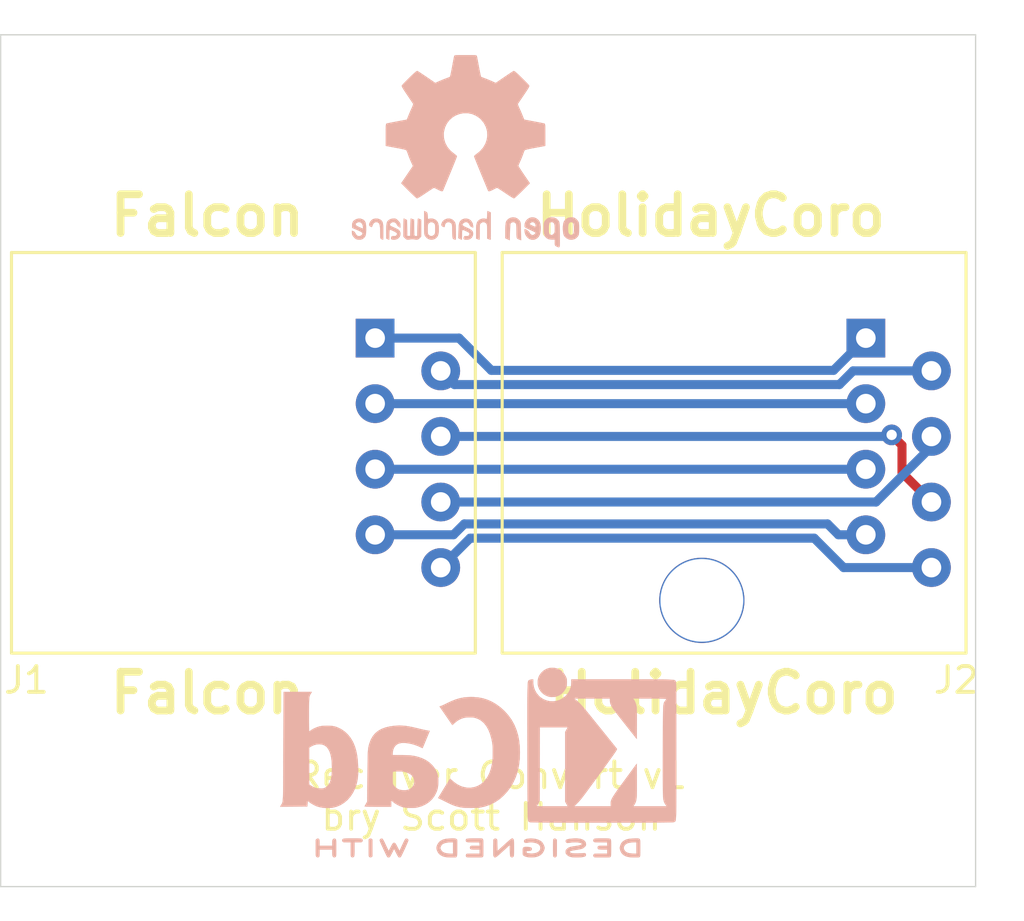
<source format=kicad_pcb>
(kicad_pcb (version 20171130) (host pcbnew "(5.1.7)-1")

  (general
    (thickness 1.6)
    (drawings 13)
    (tracks 29)
    (zones 0)
    (modules 8)
    (nets 9)
  )

  (page A4)
  (title_block
    (title "Receiver Convert")
    (date 2020-11-07)
    (rev v1)
    (company "Scott Hanson")
  )

  (layers
    (0 F.Cu signal)
    (31 B.Cu signal)
    (32 B.Adhes user)
    (33 F.Adhes user)
    (34 B.Paste user)
    (35 F.Paste user)
    (36 B.SilkS user)
    (37 F.SilkS user)
    (38 B.Mask user)
    (39 F.Mask user)
    (40 Dwgs.User user)
    (41 Cmts.User user)
    (42 Eco1.User user)
    (43 Eco2.User user)
    (44 Edge.Cuts user)
    (45 Margin user)
    (46 B.CrtYd user)
    (47 F.CrtYd user)
    (48 B.Fab user)
    (49 F.Fab user)
  )

  (setup
    (last_trace_width 0.35)
    (trace_clearance 0.2)
    (zone_clearance 0.508)
    (zone_45_only no)
    (trace_min 0.2)
    (via_size 0.8)
    (via_drill 0.4)
    (via_min_size 0.4)
    (via_min_drill 0.3)
    (uvia_size 0.3)
    (uvia_drill 0.1)
    (uvias_allowed no)
    (uvia_min_size 0.2)
    (uvia_min_drill 0.1)
    (edge_width 0.05)
    (segment_width 0.2)
    (pcb_text_width 0.3)
    (pcb_text_size 1.5 1.5)
    (mod_edge_width 0.12)
    (mod_text_size 1 1)
    (mod_text_width 0.15)
    (pad_size 3.3 3.3)
    (pad_drill 3.3)
    (pad_to_mask_clearance 0)
    (aux_axis_origin 0 0)
    (visible_elements FFFFFF7F)
    (pcbplotparams
      (layerselection 0x010fc_ffffffff)
      (usegerberextensions false)
      (usegerberattributes true)
      (usegerberadvancedattributes true)
      (creategerberjobfile true)
      (excludeedgelayer true)
      (linewidth 0.100000)
      (plotframeref false)
      (viasonmask false)
      (mode 1)
      (useauxorigin false)
      (hpglpennumber 1)
      (hpglpenspeed 20)
      (hpglpendiameter 15.000000)
      (psnegative false)
      (psa4output false)
      (plotreference true)
      (plotvalue true)
      (plotinvisibletext false)
      (padsonsilk false)
      (subtractmaskfromsilk false)
      (outputformat 1)
      (mirror false)
      (drillshape 0)
      (scaleselection 1)
      (outputdirectory "gerbers"))
  )

  (net 0 "")
  (net 1 "Net-(J1-Pad8)")
  (net 2 "Net-(J1-Pad7)")
  (net 3 "Net-(J1-Pad6)")
  (net 4 "Net-(J1-Pad5)")
  (net 5 "Net-(J1-Pad4)")
  (net 6 "Net-(J1-Pad3)")
  (net 7 "Net-(J1-Pad2)")
  (net 8 "Net-(J1-Pad1)")

  (net_class Default "This is the default net class."
    (clearance 0.2)
    (trace_width 0.35)
    (via_dia 0.8)
    (via_drill 0.4)
    (uvia_dia 0.3)
    (uvia_drill 0.1)
    (add_net "Net-(J1-Pad1)")
    (add_net "Net-(J1-Pad2)")
    (add_net "Net-(J1-Pad3)")
    (add_net "Net-(J1-Pad4)")
    (add_net "Net-(J1-Pad5)")
    (add_net "Net-(J1-Pad6)")
    (add_net "Net-(J1-Pad7)")
    (add_net "Net-(J1-Pad8)")
  )

  (module Symbol:KiCad-Logo2_6mm_SilkScreen (layer B.Cu) (tedit 0) (tstamp 5FA6ACE5)
    (at 151.5 121.5 180)
    (descr "KiCad Logo")
    (tags "Logo KiCad")
    (attr virtual)
    (fp_text reference REF** (at 0 5.08) (layer B.SilkS) hide
      (effects (font (size 1 1) (thickness 0.15)) (justify mirror))
    )
    (fp_text value KiCad-Logo2_6mm_SilkScreen (at 0 -6.35) (layer B.Fab) hide
      (effects (font (size 1 1) (thickness 0.15)) (justify mirror))
    )
    (fp_poly (pts (xy -5.955743 2.526311) (xy -5.69122 2.526275) (xy -5.568088 2.52627) (xy -3.597189 2.52627)
      (xy -3.597189 2.41009) (xy -3.584789 2.268709) (xy -3.547364 2.138316) (xy -3.484577 2.018138)
      (xy -3.396094 1.907398) (xy -3.366157 1.877489) (xy -3.258466 1.792652) (xy -3.139725 1.730779)
      (xy -3.01346 1.691841) (xy -2.883197 1.67581) (xy -2.752465 1.682658) (xy -2.624788 1.712357)
      (xy -2.503695 1.76488) (xy -2.392712 1.840197) (xy -2.342868 1.885637) (xy -2.249983 1.997048)
      (xy -2.181873 2.119565) (xy -2.139129 2.251785) (xy -2.122347 2.392308) (xy -2.122124 2.406133)
      (xy -2.121244 2.526266) (xy -2.068443 2.526268) (xy -2.021604 2.519911) (xy -1.978817 2.504444)
      (xy -1.975989 2.502846) (xy -1.966325 2.497832) (xy -1.957451 2.493927) (xy -1.949335 2.489993)
      (xy -1.941943 2.484894) (xy -1.935245 2.477492) (xy -1.929208 2.466649) (xy -1.923801 2.451228)
      (xy -1.91899 2.430091) (xy -1.914745 2.402101) (xy -1.911032 2.366121) (xy -1.907821 2.321013)
      (xy -1.905078 2.26564) (xy -1.902772 2.198863) (xy -1.900871 2.119547) (xy -1.899342 2.026553)
      (xy -1.898154 1.918743) (xy -1.897274 1.794981) (xy -1.89667 1.654129) (xy -1.896311 1.49505)
      (xy -1.896165 1.316605) (xy -1.896198 1.117658) (xy -1.89638 0.897071) (xy -1.896677 0.653707)
      (xy -1.897059 0.386428) (xy -1.897492 0.094097) (xy -1.897945 -0.224424) (xy -1.897998 -0.26323)
      (xy -1.898404 -0.583782) (xy -1.898749 -0.878012) (xy -1.899069 -1.147056) (xy -1.8994 -1.392052)
      (xy -1.899779 -1.614137) (xy -1.900243 -1.814447) (xy -1.900828 -1.994119) (xy -1.90157 -2.15429)
      (xy -1.902506 -2.296098) (xy -1.903673 -2.420679) (xy -1.905107 -2.52917) (xy -1.906844 -2.622707)
      (xy -1.908922 -2.702429) (xy -1.911376 -2.769472) (xy -1.914244 -2.824973) (xy -1.917561 -2.870068)
      (xy -1.921364 -2.905895) (xy -1.92569 -2.933591) (xy -1.930575 -2.954293) (xy -1.936055 -2.969137)
      (xy -1.942168 -2.97926) (xy -1.94895 -2.9858) (xy -1.956437 -2.989893) (xy -1.964666 -2.992676)
      (xy -1.973673 -2.995287) (xy -1.983495 -2.998862) (xy -1.985894 -2.99995) (xy -1.993435 -3.002396)
      (xy -2.006056 -3.004642) (xy -2.024859 -3.006698) (xy -2.050947 -3.008572) (xy -2.085422 -3.010271)
      (xy -2.129385 -3.011803) (xy -2.183939 -3.013177) (xy -2.250185 -3.0144) (xy -2.329226 -3.015481)
      (xy -2.422163 -3.016427) (xy -2.530099 -3.017247) (xy -2.654136 -3.017947) (xy -2.795376 -3.018538)
      (xy -2.954921 -3.019025) (xy -3.133872 -3.019419) (xy -3.333332 -3.019725) (xy -3.554404 -3.019953)
      (xy -3.798188 -3.02011) (xy -4.065787 -3.020205) (xy -4.358303 -3.020245) (xy -4.676839 -3.020238)
      (xy -4.780021 -3.020228) (xy -5.105623 -3.020176) (xy -5.404881 -3.020091) (xy -5.678909 -3.019963)
      (xy -5.928824 -3.019785) (xy -6.15574 -3.019548) (xy -6.360773 -3.019242) (xy -6.545038 -3.01886)
      (xy -6.70965 -3.018392) (xy -6.855725 -3.01783) (xy -6.984376 -3.017165) (xy -7.096721 -3.016388)
      (xy -7.193874 -3.015491) (xy -7.27695 -3.014465) (xy -7.347064 -3.013301) (xy -7.405332 -3.011991)
      (xy -7.452869 -3.010525) (xy -7.49079 -3.008896) (xy -7.52021 -3.007093) (xy -7.542245 -3.00511)
      (xy -7.55801 -3.002936) (xy -7.56862 -3.000563) (xy -7.574404 -2.998391) (xy -7.584684 -2.994056)
      (xy -7.594122 -2.990859) (xy -7.602755 -2.987665) (xy -7.610619 -2.983338) (xy -7.617748 -2.976744)
      (xy -7.624179 -2.966747) (xy -7.629947 -2.952212) (xy -7.635089 -2.932003) (xy -7.63964 -2.904985)
      (xy -7.643635 -2.870023) (xy -7.647111 -2.825981) (xy -7.650102 -2.771724) (xy -7.652646 -2.706117)
      (xy -7.654777 -2.628024) (xy -7.656532 -2.53631) (xy -7.657945 -2.42984) (xy -7.658315 -2.388973)
      (xy -7.291884 -2.388973) (xy -5.996734 -2.388973) (xy -6.021655 -2.351217) (xy -6.046447 -2.312417)
      (xy -6.06744 -2.275469) (xy -6.084935 -2.237788) (xy -6.09923 -2.196788) (xy -6.110623 -2.149883)
      (xy -6.119413 -2.094487) (xy -6.125898 -2.028016) (xy -6.130377 -1.947883) (xy -6.13315 -1.851502)
      (xy -6.134513 -1.736289) (xy -6.134767 -1.599657) (xy -6.134209 -1.43902) (xy -6.133893 -1.379382)
      (xy -6.130325 -0.740041) (xy -5.725298 -1.291449) (xy -5.610554 -1.447876) (xy -5.511143 -1.584088)
      (xy -5.42599 -1.70189) (xy -5.354022 -1.803084) (xy -5.294166 -1.889477) (xy -5.245348 -1.962874)
      (xy -5.206495 -2.025077) (xy -5.176534 -2.077893) (xy -5.154391 -2.123125) (xy -5.138993 -2.162578)
      (xy -5.129266 -2.198058) (xy -5.124137 -2.231368) (xy -5.122532 -2.264313) (xy -5.123379 -2.298697)
      (xy -5.123595 -2.303019) (xy -5.128054 -2.389031) (xy -3.708692 -2.388973) (xy -3.814265 -2.282522)
      (xy -3.842913 -2.253406) (xy -3.87009 -2.225076) (xy -3.896989 -2.195968) (xy -3.924803 -2.16452)
      (xy -3.954725 -2.129169) (xy -3.987946 -2.088354) (xy -4.025661 -2.040511) (xy -4.06906 -1.984079)
      (xy -4.119338 -1.917494) (xy -4.177688 -1.839195) (xy -4.2453 -1.747619) (xy -4.323369 -1.641204)
      (xy -4.413088 -1.518387) (xy -4.515648 -1.377605) (xy -4.632242 -1.217297) (xy -4.727809 -1.085798)
      (xy -4.847749 -0.920596) (xy -4.95238 -0.776152) (xy -5.042648 -0.651094) (xy -5.119503 -0.544052)
      (xy -5.183891 -0.453654) (xy -5.236761 -0.378529) (xy -5.27906 -0.317304) (xy -5.311736 -0.26861)
      (xy -5.335738 -0.231074) (xy -5.352013 -0.203325) (xy -5.361508 -0.183992) (xy -5.365173 -0.171703)
      (xy -5.364071 -0.165242) (xy -5.350724 -0.148048) (xy -5.321866 -0.111655) (xy -5.27924 -0.058224)
      (xy -5.224585 0.010081) (xy -5.159644 0.091097) (xy -5.086158 0.18266) (xy -5.005868 0.282608)
      (xy -4.920515 0.388776) (xy -4.83184 0.499003) (xy -4.741586 0.611124) (xy -4.691944 0.672756)
      (xy -3.459373 0.672756) (xy -3.408146 0.580081) (xy -3.356919 0.487405) (xy -3.356919 -2.203622)
      (xy -3.408146 -2.296298) (xy -3.459373 -2.388973) (xy -2.853396 -2.388973) (xy -2.708734 -2.388931)
      (xy -2.589244 -2.388741) (xy -2.492642 -2.388308) (xy -2.416642 -2.387536) (xy -2.358957 -2.38633)
      (xy -2.317301 -2.384594) (xy -2.289389 -2.382232) (xy -2.272935 -2.37915) (xy -2.265652 -2.375251)
      (xy -2.265255 -2.37044) (xy -2.269458 -2.364622) (xy -2.269501 -2.364574) (xy -2.286813 -2.339532)
      (xy -2.309736 -2.298815) (xy -2.329981 -2.258168) (xy -2.368379 -2.176162) (xy -2.376211 0.672756)
      (xy -3.459373 0.672756) (xy -4.691944 0.672756) (xy -4.651493 0.722976) (xy -4.563302 0.832396)
      (xy -4.478754 0.937222) (xy -4.399592 1.035289) (xy -4.327556 1.124434) (xy -4.264387 1.202495)
      (xy -4.211827 1.267308) (xy -4.171617 1.31671) (xy -4.148 1.345513) (xy -4.05629 1.453222)
      (xy -3.96806 1.55042) (xy -3.886403 1.633924) (xy -3.81441 1.700552) (xy -3.763319 1.741401)
      (xy -3.702907 1.784865) (xy -5.092298 1.784865) (xy -5.091908 1.703334) (xy -5.095791 1.643394)
      (xy -5.11039 1.587823) (xy -5.132988 1.535145) (xy -5.147678 1.505385) (xy -5.163472 1.475897)
      (xy -5.181814 1.444724) (xy -5.204145 1.409907) (xy -5.231909 1.36949) (xy -5.266549 1.321514)
      (xy -5.309507 1.264022) (xy -5.362227 1.195057) (xy -5.426151 1.112661) (xy -5.502721 1.014876)
      (xy -5.593381 0.899745) (xy -5.699574 0.76531) (xy -5.711568 0.750141) (xy -6.130325 0.220588)
      (xy -6.134378 0.807078) (xy -6.135195 0.982749) (xy -6.135021 1.131468) (xy -6.133849 1.253725)
      (xy -6.131669 1.350011) (xy -6.128474 1.420817) (xy -6.124256 1.466631) (xy -6.122838 1.475321)
      (xy -6.100591 1.566865) (xy -6.071443 1.649392) (xy -6.038182 1.715747) (xy -6.0182 1.74389)
      (xy -5.983722 1.784865) (xy -6.637914 1.784865) (xy -6.793969 1.784731) (xy -6.924467 1.784297)
      (xy -7.03131 1.783511) (xy -7.116398 1.782324) (xy -7.181635 1.780683) (xy -7.228921 1.778539)
      (xy -7.260157 1.775841) (xy -7.277246 1.772538) (xy -7.282088 1.768579) (xy -7.281753 1.767702)
      (xy -7.267885 1.746769) (xy -7.244732 1.713588) (xy -7.232754 1.696807) (xy -7.220369 1.68006)
      (xy -7.209237 1.665085) (xy -7.199288 1.650406) (xy -7.190451 1.634551) (xy -7.182657 1.616045)
      (xy -7.175835 1.593415) (xy -7.169916 1.565187) (xy -7.164829 1.529887) (xy -7.160504 1.486042)
      (xy -7.156871 1.432178) (xy -7.15386 1.36682) (xy -7.151401 1.288496) (xy -7.149423 1.195732)
      (xy -7.147858 1.087053) (xy -7.146634 0.960987) (xy -7.145681 0.816058) (xy -7.14493 0.650794)
      (xy -7.144311 0.463721) (xy -7.143752 0.253365) (xy -7.143185 0.018252) (xy -7.142655 -0.197741)
      (xy -7.142155 -0.438535) (xy -7.141895 -0.668274) (xy -7.141868 -0.885493) (xy -7.142067 -1.088722)
      (xy -7.142486 -1.276496) (xy -7.143118 -1.447345) (xy -7.143956 -1.599803) (xy -7.144992 -1.732403)
      (xy -7.14622 -1.843676) (xy -7.147633 -1.932156) (xy -7.149225 -1.996375) (xy -7.150987 -2.034865)
      (xy -7.151321 -2.038933) (xy -7.163466 -2.132248) (xy -7.182427 -2.20719) (xy -7.211302 -2.272594)
      (xy -7.25319 -2.337293) (xy -7.258429 -2.344352) (xy -7.291884 -2.388973) (xy -7.658315 -2.388973)
      (xy -7.659054 -2.307479) (xy -7.659893 -2.16809) (xy -7.660498 -2.010539) (xy -7.660905 -1.833691)
      (xy -7.66115 -1.63641) (xy -7.661267 -1.41756) (xy -7.661295 -1.176007) (xy -7.661267 -0.910615)
      (xy -7.66122 -0.620249) (xy -7.66119 -0.303773) (xy -7.661189 -0.240946) (xy -7.661172 0.078863)
      (xy -7.661112 0.372339) (xy -7.661002 0.64061) (xy -7.660833 0.884802) (xy -7.660597 1.106043)
      (xy -7.660284 1.30546) (xy -7.659885 1.48418) (xy -7.659393 1.643329) (xy -7.658797 1.784034)
      (xy -7.65809 1.907424) (xy -7.657263 2.014624) (xy -7.656307 2.106762) (xy -7.655213 2.184965)
      (xy -7.653973 2.250359) (xy -7.652578 2.304072) (xy -7.651018 2.347231) (xy -7.649286 2.380963)
      (xy -7.647372 2.406395) (xy -7.645268 2.424653) (xy -7.642966 2.436866) (xy -7.640455 2.444159)
      (xy -7.640363 2.444341) (xy -7.635192 2.455482) (xy -7.630885 2.465569) (xy -7.626121 2.474654)
      (xy -7.619578 2.482788) (xy -7.609935 2.490024) (xy -7.595871 2.496414) (xy -7.576063 2.502011)
      (xy -7.549191 2.506867) (xy -7.513933 2.511034) (xy -7.468968 2.514564) (xy -7.412974 2.517509)
      (xy -7.344629 2.519923) (xy -7.262614 2.521856) (xy -7.165605 2.523362) (xy -7.052282 2.524492)
      (xy -6.921323 2.525298) (xy -6.771407 2.525834) (xy -6.601213 2.526151) (xy -6.409418 2.526301)
      (xy -6.194702 2.526337) (xy -5.955743 2.526311)) (layer B.SilkS) (width 0.01))
    (fp_poly (pts (xy 0.439962 1.839501) (xy 0.588014 1.823293) (xy 0.731452 1.794282) (xy 0.87611 1.750955)
      (xy 1.027824 1.691799) (xy 1.192428 1.6153) (xy 1.222071 1.600483) (xy 1.290098 1.566969)
      (xy 1.354256 1.536792) (xy 1.408215 1.512834) (xy 1.44564 1.497976) (xy 1.451389 1.496105)
      (xy 1.506486 1.479598) (xy 1.259851 1.120799) (xy 1.199552 1.033107) (xy 1.144422 0.952988)
      (xy 1.096336 0.883164) (xy 1.057168 0.826353) (xy 1.028794 0.785277) (xy 1.013087 0.762654)
      (xy 1.010536 0.759072) (xy 1.000171 0.766562) (xy 0.97466 0.789082) (xy 0.938563 0.822539)
      (xy 0.918642 0.84145) (xy 0.805773 0.931222) (xy 0.679014 0.999439) (xy 0.569783 1.036805)
      (xy 0.504214 1.04854) (xy 0.422116 1.055692) (xy 0.333144 1.058126) (xy 0.246956 1.055712)
      (xy 0.173205 1.048317) (xy 0.143776 1.042653) (xy 0.011133 0.997018) (xy -0.108394 0.927337)
      (xy -0.214717 0.83374) (xy -0.307747 0.716351) (xy -0.387395 0.5753) (xy -0.453574 0.410714)
      (xy -0.506194 0.22272) (xy -0.537467 0.061783) (xy -0.545626 -0.009263) (xy -0.551185 -0.101046)
      (xy -0.554198 -0.206968) (xy -0.554719 -0.320434) (xy -0.5528 -0.434849) (xy -0.548497 -0.543617)
      (xy -0.541863 -0.640143) (xy -0.532951 -0.717831) (xy -0.531021 -0.729817) (xy -0.488501 -0.922892)
      (xy -0.430567 -1.093773) (xy -0.356867 -1.243224) (xy -0.267049 -1.372011) (xy -0.203293 -1.441639)
      (xy -0.088714 -1.536173) (xy 0.036942 -1.606246) (xy 0.171557 -1.651477) (xy 0.313011 -1.671484)
      (xy 0.459183 -1.665885) (xy 0.607955 -1.6343) (xy 0.695911 -1.603394) (xy 0.817629 -1.541506)
      (xy 0.94308 -1.452729) (xy 1.013353 -1.392694) (xy 1.052811 -1.357947) (xy 1.083812 -1.332454)
      (xy 1.101458 -1.32017) (xy 1.103648 -1.319795) (xy 1.111524 -1.332347) (xy 1.131932 -1.365516)
      (xy 1.163132 -1.416458) (xy 1.203386 -1.482331) (xy 1.250957 -1.560289) (xy 1.304104 -1.64749)
      (xy 1.333687 -1.696067) (xy 1.559648 -2.067215) (xy 1.277527 -2.206639) (xy 1.175522 -2.256719)
      (xy 1.092889 -2.29621) (xy 1.024578 -2.327073) (xy 0.965537 -2.351268) (xy 0.910714 -2.370758)
      (xy 0.85506 -2.387503) (xy 0.793523 -2.403465) (xy 0.73454 -2.417482) (xy 0.682115 -2.428329)
      (xy 0.627288 -2.436526) (xy 0.564572 -2.442528) (xy 0.488477 -2.44679) (xy 0.393516 -2.449767)
      (xy 0.329513 -2.451052) (xy 0.238192 -2.45193) (xy 0.150627 -2.451487) (xy 0.072612 -2.449852)
      (xy 0.009942 -2.447149) (xy -0.031587 -2.443505) (xy -0.034048 -2.443142) (xy -0.249697 -2.396487)
      (xy -0.452207 -2.325729) (xy -0.641505 -2.230914) (xy -0.817521 -2.112089) (xy -0.980184 -1.9693)
      (xy -1.129422 -1.802594) (xy -1.237504 -1.654433) (xy -1.352566 -1.460502) (xy -1.445577 -1.255699)
      (xy -1.516987 -1.038383) (xy -1.567244 -0.806912) (xy -1.596799 -0.559643) (xy -1.606111 -0.308559)
      (xy -1.598452 -0.06567) (xy -1.574387 0.15843) (xy -1.533148 0.367523) (xy -1.473973 0.565387)
      (xy -1.396096 0.755804) (xy -1.386797 0.775532) (xy -1.284352 0.959941) (xy -1.158528 1.135424)
      (xy -1.012888 1.29835) (xy -0.850999 1.445086) (xy -0.676424 1.571999) (xy -0.513756 1.665095)
      (xy -0.349427 1.738009) (xy -0.184749 1.790826) (xy -0.013348 1.824985) (xy 0.171153 1.841922)
      (xy 0.281459 1.84442) (xy 0.439962 1.839501)) (layer B.SilkS) (width 0.01))
    (fp_poly (pts (xy 3.167505 0.735771) (xy 3.235531 0.730622) (xy 3.430163 0.704727) (xy 3.602529 0.663425)
      (xy 3.75347 0.606147) (xy 3.883825 0.532326) (xy 3.994434 0.441392) (xy 4.086135 0.332778)
      (xy 4.15977 0.205915) (xy 4.213539 0.068648) (xy 4.227187 0.024863) (xy 4.239073 -0.016141)
      (xy 4.249334 -0.056569) (xy 4.258113 -0.09863) (xy 4.265548 -0.144531) (xy 4.27178 -0.19648)
      (xy 4.27695 -0.256685) (xy 4.281196 -0.327352) (xy 4.28466 -0.410689) (xy 4.287481 -0.508905)
      (xy 4.2898 -0.624205) (xy 4.291757 -0.758799) (xy 4.293491 -0.914893) (xy 4.295143 -1.094695)
      (xy 4.296324 -1.235676) (xy 4.30427 -2.203622) (xy 4.355756 -2.29677) (xy 4.380137 -2.341645)
      (xy 4.39828 -2.376501) (xy 4.406935 -2.395054) (xy 4.407243 -2.396311) (xy 4.394014 -2.397749)
      (xy 4.356326 -2.399074) (xy 4.297183 -2.400249) (xy 4.219586 -2.401237) (xy 4.126536 -2.401999)
      (xy 4.021035 -2.4025) (xy 3.906084 -2.402701) (xy 3.892378 -2.402703) (xy 3.377513 -2.402703)
      (xy 3.377513 -2.286) (xy 3.376635 -2.23326) (xy 3.374292 -2.192926) (xy 3.370921 -2.1713)
      (xy 3.369431 -2.169298) (xy 3.355804 -2.177683) (xy 3.327757 -2.199692) (xy 3.291303 -2.230601)
      (xy 3.290485 -2.231316) (xy 3.223962 -2.280843) (xy 3.139948 -2.330575) (xy 3.047937 -2.375626)
      (xy 2.957421 -2.41111) (xy 2.917567 -2.423236) (xy 2.838255 -2.438637) (xy 2.740935 -2.448465)
      (xy 2.634516 -2.45258) (xy 2.527907 -2.450841) (xy 2.430017 -2.443108) (xy 2.361513 -2.431981)
      (xy 2.19352 -2.382648) (xy 2.042281 -2.312342) (xy 1.908782 -2.221933) (xy 1.794006 -2.112295)
      (xy 1.698937 -1.984299) (xy 1.62456 -1.838818) (xy 1.592474 -1.750541) (xy 1.572365 -1.664739)
      (xy 1.559038 -1.561736) (xy 1.552872 -1.451034) (xy 1.553074 -1.434925) (xy 2.481648 -1.434925)
      (xy 2.489348 -1.517184) (xy 2.514989 -1.585546) (xy 2.562378 -1.64897) (xy 2.580579 -1.667567)
      (xy 2.645282 -1.717846) (xy 2.720066 -1.750056) (xy 2.809662 -1.765648) (xy 2.904012 -1.766796)
      (xy 2.993501 -1.759216) (xy 3.062018 -1.744389) (xy 3.091775 -1.733253) (xy 3.145408 -1.702904)
      (xy 3.202235 -1.660221) (xy 3.254082 -1.612317) (xy 3.292778 -1.566301) (xy 3.303054 -1.549421)
      (xy 3.311042 -1.525782) (xy 3.316721 -1.488168) (xy 3.320356 -1.432985) (xy 3.322211 -1.35664)
      (xy 3.322594 -1.283981) (xy 3.322335 -1.19927) (xy 3.321287 -1.138018) (xy 3.319045 -1.096227)
      (xy 3.315206 -1.069899) (xy 3.309365 -1.055035) (xy 3.301118 -1.047639) (xy 3.298567 -1.046461)
      (xy 3.2764 -1.042833) (xy 3.23268 -1.039866) (xy 3.173311 -1.037827) (xy 3.104196 -1.036983)
      (xy 3.089189 -1.036982) (xy 2.996805 -1.038457) (xy 2.925432 -1.042842) (xy 2.868719 -1.050738)
      (xy 2.821872 -1.06227) (xy 2.705669 -1.106215) (xy 2.614543 -1.160243) (xy 2.547705 -1.225219)
      (xy 2.504365 -1.302005) (xy 2.483734 -1.391467) (xy 2.481648 -1.434925) (xy 1.553074 -1.434925)
      (xy 1.554244 -1.342133) (xy 1.563532 -1.244536) (xy 1.570777 -1.205105) (xy 1.617039 -1.058701)
      (xy 1.687384 -0.923995) (xy 1.780484 -0.80228) (xy 1.895012 -0.694847) (xy 2.02964 -0.602988)
      (xy 2.18304 -0.527996) (xy 2.313459 -0.482458) (xy 2.400623 -0.458533) (xy 2.483996 -0.439943)
      (xy 2.568976 -0.426084) (xy 2.660965 -0.416351) (xy 2.765362 -0.410141) (xy 2.887568 -0.406851)
      (xy 2.998055 -0.405924) (xy 3.325677 -0.405027) (xy 3.319401 -0.306547) (xy 3.301579 -0.199695)
      (xy 3.263667 -0.107852) (xy 3.20728 -0.03331) (xy 3.134031 0.021636) (xy 3.069535 0.048448)
      (xy 2.977123 0.065346) (xy 2.867111 0.067773) (xy 2.744656 0.056622) (xy 2.614914 0.03279)
      (xy 2.483042 -0.00283) (xy 2.354198 -0.049343) (xy 2.260566 -0.091883) (xy 2.215517 -0.113728)
      (xy 2.181156 -0.128984) (xy 2.163681 -0.134937) (xy 2.162733 -0.134746) (xy 2.156703 -0.121412)
      (xy 2.141645 -0.086068) (xy 2.118977 -0.032101) (xy 2.090115 0.037104) (xy 2.056477 0.11816)
      (xy 2.022284 0.200882) (xy 1.885586 0.532197) (xy 1.98282 0.548167) (xy 2.024964 0.55618)
      (xy 2.088319 0.569639) (xy 2.167457 0.587321) (xy 2.256951 0.608004) (xy 2.351373 0.630468)
      (xy 2.388973 0.639597) (xy 2.551637 0.677326) (xy 2.69405 0.705612) (xy 2.821527 0.725028)
      (xy 2.939384 0.736146) (xy 3.052938 0.739536) (xy 3.167505 0.735771)) (layer B.SilkS) (width 0.01))
    (fp_poly (pts (xy 6.84227 2.043175) (xy 6.959041 2.042696) (xy 6.998729 2.042455) (xy 7.544486 2.038865)
      (xy 7.551351 -0.054919) (xy 7.552258 -0.338842) (xy 7.553062 -0.59664) (xy 7.553815 -0.829646)
      (xy 7.554569 -1.039194) (xy 7.555375 -1.226618) (xy 7.556285 -1.39325) (xy 7.557351 -1.540425)
      (xy 7.558624 -1.669477) (xy 7.560156 -1.781739) (xy 7.561998 -1.878544) (xy 7.564203 -1.961226)
      (xy 7.566822 -2.031119) (xy 7.569906 -2.089557) (xy 7.573508 -2.137872) (xy 7.577678 -2.1774)
      (xy 7.582469 -2.209473) (xy 7.587931 -2.235424) (xy 7.594118 -2.256589) (xy 7.60108 -2.274299)
      (xy 7.608869 -2.289889) (xy 7.617537 -2.304693) (xy 7.627135 -2.320044) (xy 7.637715 -2.337276)
      (xy 7.639884 -2.340946) (xy 7.676268 -2.403031) (xy 7.150431 -2.399434) (xy 6.624594 -2.395838)
      (xy 6.617729 -2.280331) (xy 6.613992 -2.224899) (xy 6.610097 -2.192851) (xy 6.604811 -2.180135)
      (xy 6.596903 -2.182696) (xy 6.59027 -2.190024) (xy 6.561374 -2.216714) (xy 6.514279 -2.251021)
      (xy 6.45562 -2.288846) (xy 6.392031 -2.32609) (xy 6.330149 -2.358653) (xy 6.282634 -2.380077)
      (xy 6.171316 -2.415283) (xy 6.043596 -2.440222) (xy 5.908901 -2.453941) (xy 5.776663 -2.455486)
      (xy 5.656308 -2.443906) (xy 5.654326 -2.443574) (xy 5.489641 -2.40225) (xy 5.335479 -2.336412)
      (xy 5.193328 -2.247474) (xy 5.064675 -2.136852) (xy 4.951007 -2.005961) (xy 4.85381 -1.856216)
      (xy 4.774572 -1.689033) (xy 4.73143 -1.56519) (xy 4.702979 -1.461581) (xy 4.68188 -1.361252)
      (xy 4.667488 -1.258109) (xy 4.659158 -1.146057) (xy 4.656245 -1.019001) (xy 4.657535 -0.915252)
      (xy 5.67065 -0.915252) (xy 5.675444 -1.089222) (xy 5.690568 -1.238895) (xy 5.716485 -1.365597)
      (xy 5.753663 -1.470658) (xy 5.802565 -1.555406) (xy 5.863658 -1.621169) (xy 5.934177 -1.667659)
      (xy 5.970871 -1.685014) (xy 6.002696 -1.695419) (xy 6.038177 -1.700179) (xy 6.085841 -1.700601)
      (xy 6.137189 -1.698748) (xy 6.238169 -1.689841) (xy 6.318035 -1.672398) (xy 6.343135 -1.663661)
      (xy 6.400448 -1.637857) (xy 6.460897 -1.605453) (xy 6.487297 -1.589233) (xy 6.555946 -1.544205)
      (xy 6.555946 -0.116982) (xy 6.480432 -0.071718) (xy 6.375121 -0.020572) (xy 6.267525 0.009676)
      (xy 6.161581 0.019205) (xy 6.061224 0.008193) (xy 5.970387 -0.023181) (xy 5.893007 -0.07474)
      (xy 5.868039 -0.099488) (xy 5.807856 -0.180577) (xy 5.759145 -0.278734) (xy 5.721499 -0.395643)
      (xy 5.694512 -0.532985) (xy 5.677775 -0.692444) (xy 5.670883 -0.8757) (xy 5.67065 -0.915252)
      (xy 4.657535 -0.915252) (xy 4.658073 -0.872067) (xy 4.669647 -0.646053) (xy 4.69292 -0.442192)
      (xy 4.728504 -0.257513) (xy 4.777013 -0.089048) (xy 4.83906 0.066174) (xy 4.861201 0.112192)
      (xy 4.950385 0.262261) (xy 5.058159 0.395623) (xy 5.18199 0.510123) (xy 5.319342 0.603611)
      (xy 5.467683 0.673932) (xy 5.556604 0.70294) (xy 5.643933 0.72016) (xy 5.749011 0.730406)
      (xy 5.863029 0.733682) (xy 5.977177 0.729991) (xy 6.082648 0.71934) (xy 6.167334 0.70263)
      (xy 6.268128 0.66986) (xy 6.365822 0.627721) (xy 6.451296 0.580481) (xy 6.496789 0.548419)
      (xy 6.528169 0.524578) (xy 6.550142 0.510061) (xy 6.555141 0.508) (xy 6.55669 0.521282)
      (xy 6.558135 0.559337) (xy 6.559443 0.619481) (xy 6.560583 0.699027) (xy 6.561521 0.795289)
      (xy 6.562226 0.905581) (xy 6.562667 1.027219) (xy 6.562811 1.151115) (xy 6.56273 1.309804)
      (xy 6.562335 1.443592) (xy 6.561395 1.55504) (xy 6.55968 1.646705) (xy 6.556957 1.721147)
      (xy 6.552997 1.780925) (xy 6.547569 1.828598) (xy 6.540441 1.866726) (xy 6.531384 1.897866)
      (xy 6.520167 1.924579) (xy 6.506558 1.949423) (xy 6.490328 1.974957) (xy 6.48824 1.978119)
      (xy 6.467306 2.01119) (xy 6.454667 2.033931) (xy 6.452973 2.038728) (xy 6.466216 2.040241)
      (xy 6.504002 2.041472) (xy 6.563416 2.042401) (xy 6.641542 2.043008) (xy 6.735465 2.043273)
      (xy 6.84227 2.043175)) (layer B.SilkS) (width 0.01))
    (fp_poly (pts (xy -2.726079 2.96351) (xy -2.622973 2.927762) (xy -2.526978 2.871493) (xy -2.441247 2.794712)
      (xy -2.36893 2.697427) (xy -2.336445 2.636108) (xy -2.308332 2.55034) (xy -2.294705 2.451323)
      (xy -2.296214 2.349529) (xy -2.312969 2.257286) (xy -2.358763 2.144568) (xy -2.425168 2.046793)
      (xy -2.508809 1.965885) (xy -2.606312 1.903768) (xy -2.7143 1.862366) (xy -2.829399 1.843603)
      (xy -2.948234 1.849402) (xy -3.006811 1.861794) (xy -3.120972 1.906203) (xy -3.222365 1.973967)
      (xy -3.308545 2.062999) (xy -3.377066 2.171209) (xy -3.382864 2.183027) (xy -3.402904 2.227372)
      (xy -3.415487 2.26472) (xy -3.422319 2.30412) (xy -3.425105 2.354619) (xy -3.425568 2.409567)
      (xy -3.424803 2.475585) (xy -3.421352 2.523311) (xy -3.413477 2.561897) (xy -3.399443 2.600494)
      (xy -3.38212 2.638574) (xy -3.317505 2.746672) (xy -3.237934 2.834197) (xy -3.14656 2.901159)
      (xy -3.046536 2.947564) (xy -2.941012 2.973419) (xy -2.833142 2.978732) (xy -2.726079 2.96351)) (layer B.SilkS) (width 0.01))
    (fp_poly (pts (xy 6.240531 -3.640725) (xy 6.27191 -3.662968) (xy 6.299619 -3.690677) (xy 6.299619 -4.000112)
      (xy 6.299546 -4.091991) (xy 6.299203 -4.164032) (xy 6.2984 -4.218972) (xy 6.296949 -4.259552)
      (xy 6.29466 -4.288509) (xy 6.291344 -4.308583) (xy 6.286813 -4.322513) (xy 6.280877 -4.333037)
      (xy 6.276222 -4.339292) (xy 6.245491 -4.363865) (xy 6.210204 -4.366533) (xy 6.177953 -4.351463)
      (xy 6.167296 -4.342566) (xy 6.160172 -4.330749) (xy 6.155875 -4.311718) (xy 6.153699 -4.281184)
      (xy 6.152936 -4.234854) (xy 6.152863 -4.199063) (xy 6.152863 -4.064237) (xy 5.656152 -4.064237)
      (xy 5.656152 -4.186892) (xy 5.655639 -4.242979) (xy 5.653584 -4.281525) (xy 5.649216 -4.307553)
      (xy 5.641764 -4.326089) (xy 5.632755 -4.339292) (xy 5.601852 -4.363796) (xy 5.566904 -4.366698)
      (xy 5.533446 -4.349281) (xy 5.524312 -4.340151) (xy 5.51786 -4.328047) (xy 5.513605 -4.309193)
      (xy 5.51106 -4.279812) (xy 5.509737 -4.236129) (xy 5.509151 -4.174367) (xy 5.509083 -4.160192)
      (xy 5.508599 -4.043823) (xy 5.508349 -3.947919) (xy 5.508431 -3.870369) (xy 5.508939 -3.809061)
      (xy 5.50997 -3.761882) (xy 5.511621 -3.726722) (xy 5.513987 -3.701468) (xy 5.517165 -3.684009)
      (xy 5.521252 -3.672233) (xy 5.526342 -3.664027) (xy 5.531974 -3.657837) (xy 5.563836 -3.638036)
      (xy 5.597065 -3.640725) (xy 5.628443 -3.662968) (xy 5.641141 -3.677318) (xy 5.649234 -3.69317)
      (xy 5.65375 -3.715746) (xy 5.655714 -3.75027) (xy 5.656152 -3.801968) (xy 5.656152 -3.917481)
      (xy 6.152863 -3.917481) (xy 6.152863 -3.798948) (xy 6.15337 -3.74434) (xy 6.155406 -3.707467)
      (xy 6.159743 -3.683499) (xy 6.167155 -3.667607) (xy 6.175441 -3.657837) (xy 6.207302 -3.638036)
      (xy 6.240531 -3.640725)) (layer B.SilkS) (width 0.01))
    (fp_poly (pts (xy 4.974773 -3.635355) (xy 5.05348 -3.635734) (xy 5.114571 -3.636525) (xy 5.160525 -3.637862)
      (xy 5.193822 -3.639875) (xy 5.216944 -3.642698) (xy 5.23237 -3.646461) (xy 5.242579 -3.651297)
      (xy 5.247521 -3.655014) (xy 5.273165 -3.68755) (xy 5.276267 -3.72133) (xy 5.260419 -3.752018)
      (xy 5.250056 -3.764281) (xy 5.238904 -3.772642) (xy 5.222743 -3.777849) (xy 5.19735 -3.780649)
      (xy 5.158506 -3.781788) (xy 5.101988 -3.782013) (xy 5.090888 -3.782014) (xy 4.944952 -3.782014)
      (xy 4.944952 -4.052948) (xy 4.944856 -4.138346) (xy 4.944419 -4.204056) (xy 4.94342 -4.252966)
      (xy 4.941636 -4.287965) (xy 4.938845 -4.311941) (xy 4.934825 -4.327785) (xy 4.929353 -4.338383)
      (xy 4.922374 -4.346459) (xy 4.889442 -4.366304) (xy 4.855062 -4.36474) (xy 4.823884 -4.342098)
      (xy 4.821594 -4.339292) (xy 4.814137 -4.328684) (xy 4.808455 -4.316273) (xy 4.804309 -4.299042)
      (xy 4.801458 -4.273976) (xy 4.799662 -4.238059) (xy 4.79868 -4.188275) (xy 4.798272 -4.121609)
      (xy 4.798197 -4.045781) (xy 4.798197 -3.782014) (xy 4.658835 -3.782014) (xy 4.59903 -3.78161)
      (xy 4.557626 -3.780032) (xy 4.530456 -3.776739) (xy 4.513354 -3.771184) (xy 4.502151 -3.762823)
      (xy 4.500791 -3.76137) (xy 4.484433 -3.728131) (xy 4.48588 -3.690554) (xy 4.504686 -3.657837)
      (xy 4.511958 -3.65149) (xy 4.521335 -3.646458) (xy 4.535317 -3.642588) (xy 4.556404 -3.639729)
      (xy 4.587097 -3.637727) (xy 4.629897 -3.636431) (xy 4.687303 -3.63569) (xy 4.761818 -3.63535)
      (xy 4.855941 -3.63526) (xy 4.875968 -3.635259) (xy 4.974773 -3.635355)) (layer B.SilkS) (width 0.01))
    (fp_poly (pts (xy 4.200322 -3.642069) (xy 4.224035 -3.656839) (xy 4.250686 -3.678419) (xy 4.250686 -3.999965)
      (xy 4.250601 -4.094022) (xy 4.250237 -4.168124) (xy 4.249432 -4.224896) (xy 4.248021 -4.26696)
      (xy 4.245841 -4.29694) (xy 4.242729 -4.317459) (xy 4.238522 -4.331141) (xy 4.233056 -4.340608)
      (xy 4.22918 -4.345274) (xy 4.197742 -4.365767) (xy 4.161941 -4.364931) (xy 4.130581 -4.347456)
      (xy 4.10393 -4.325876) (xy 4.10393 -3.678419) (xy 4.130581 -3.656839) (xy 4.156302 -3.641141)
      (xy 4.177308 -3.635259) (xy 4.200322 -3.642069)) (layer B.SilkS) (width 0.01))
    (fp_poly (pts (xy 3.756373 -3.637226) (xy 3.775963 -3.644227) (xy 3.776718 -3.644569) (xy 3.803321 -3.66487)
      (xy 3.817978 -3.685753) (xy 3.820846 -3.695544) (xy 3.820704 -3.708553) (xy 3.816669 -3.727087)
      (xy 3.807854 -3.753449) (xy 3.793377 -3.789944) (xy 3.772353 -3.838879) (xy 3.743896 -3.902557)
      (xy 3.707123 -3.983285) (xy 3.686883 -4.027408) (xy 3.650333 -4.106177) (xy 3.616023 -4.178615)
      (xy 3.58526 -4.242072) (xy 3.559356 -4.2939) (xy 3.539618 -4.331451) (xy 3.527358 -4.352076)
      (xy 3.524932 -4.354925) (xy 3.493891 -4.367494) (xy 3.458829 -4.365811) (xy 3.430708 -4.350524)
      (xy 3.429562 -4.349281) (xy 3.418376 -4.332346) (xy 3.399612 -4.299362) (xy 3.375583 -4.254572)
      (xy 3.348605 -4.202224) (xy 3.338909 -4.182934) (xy 3.265722 -4.036342) (xy 3.185948 -4.195585)
      (xy 3.157475 -4.250607) (xy 3.131058 -4.298324) (xy 3.108856 -4.335085) (xy 3.093027 -4.357236)
      (xy 3.087662 -4.361933) (xy 3.045965 -4.368294) (xy 3.011557 -4.354925) (xy 3.001436 -4.340638)
      (xy 2.983922 -4.308884) (xy 2.960443 -4.262789) (xy 2.932428 -4.205477) (xy 2.901307 -4.140072)
      (xy 2.868507 -4.069699) (xy 2.835458 -3.997483) (xy 2.803589 -3.926547) (xy 2.774327 -3.860017)
      (xy 2.749103 -3.801018) (xy 2.729344 -3.752673) (xy 2.71648 -3.718107) (xy 2.711939 -3.700445)
      (xy 2.711985 -3.699805) (xy 2.723034 -3.67758) (xy 2.745118 -3.654945) (xy 2.746418 -3.65396)
      (xy 2.773561 -3.638617) (xy 2.798666 -3.638766) (xy 2.808076 -3.641658) (xy 2.819542 -3.64791)
      (xy 2.831718 -3.660206) (xy 2.846065 -3.6811) (xy 2.864044 -3.713141) (xy 2.887115 -3.75888)
      (xy 2.916738 -3.820869) (xy 2.943453 -3.87809) (xy 2.974188 -3.944418) (xy 3.001729 -4.004066)
      (xy 3.024646 -4.053917) (xy 3.041506 -4.090856) (xy 3.050881 -4.111765) (xy 3.052248 -4.115037)
      (xy 3.058397 -4.109689) (xy 3.07253 -4.087301) (xy 3.092765 -4.051138) (xy 3.117223 -4.004469)
      (xy 3.126956 -3.985214) (xy 3.159925 -3.920196) (xy 3.185351 -3.872846) (xy 3.20532 -3.840411)
      (xy 3.221918 -3.820138) (xy 3.237232 -3.809274) (xy 3.253348 -3.805067) (xy 3.263851 -3.804592)
      (xy 3.282378 -3.806234) (xy 3.298612 -3.813023) (xy 3.314743 -3.827758) (xy 3.332959 -3.853236)
      (xy 3.355447 -3.892253) (xy 3.384397 -3.947606) (xy 3.40037 -3.979095) (xy 3.426278 -4.029279)
      (xy 3.448875 -4.070896) (xy 3.466166 -4.100434) (xy 3.476158 -4.114381) (xy 3.477517 -4.114962)
      (xy 3.483969 -4.103985) (xy 3.498416 -4.075482) (xy 3.519411 -4.032436) (xy 3.545505 -3.97783)
      (xy 3.575254 -3.914646) (xy 3.589888 -3.883263) (xy 3.627958 -3.80227) (xy 3.658613 -3.739948)
      (xy 3.683445 -3.694263) (xy 3.704045 -3.663181) (xy 3.722006 -3.64467) (xy 3.738918 -3.636696)
      (xy 3.756373 -3.637226)) (layer B.SilkS) (width 0.01))
    (fp_poly (pts (xy 1.030017 -3.635467) (xy 1.158996 -3.639828) (xy 1.268699 -3.653053) (xy 1.360934 -3.675933)
      (xy 1.43751 -3.709262) (xy 1.500235 -3.75383) (xy 1.55092 -3.810428) (xy 1.591371 -3.87985)
      (xy 1.592167 -3.881543) (xy 1.616309 -3.943675) (xy 1.624911 -3.998701) (xy 1.617939 -4.054079)
      (xy 1.595362 -4.117265) (xy 1.59108 -4.126881) (xy 1.56188 -4.183158) (xy 1.529064 -4.226643)
      (xy 1.48671 -4.263609) (xy 1.428898 -4.300327) (xy 1.425539 -4.302244) (xy 1.375212 -4.326419)
      (xy 1.318329 -4.344474) (xy 1.251235 -4.357031) (xy 1.170273 -4.364714) (xy 1.07179 -4.368145)
      (xy 1.036994 -4.368443) (xy 0.871302 -4.369037) (xy 0.847905 -4.339292) (xy 0.840965 -4.329511)
      (xy 0.83555 -4.318089) (xy 0.831473 -4.302287) (xy 0.828545 -4.279367) (xy 0.826575 -4.246588)
      (xy 0.825933 -4.222281) (xy 0.982552 -4.222281) (xy 1.076434 -4.222281) (xy 1.131372 -4.220675)
      (xy 1.187768 -4.216447) (xy 1.234053 -4.210484) (xy 1.236847 -4.209982) (xy 1.319056 -4.187928)
      (xy 1.382822 -4.154792) (xy 1.43016 -4.109039) (xy 1.46309 -4.049131) (xy 1.468816 -4.033253)
      (xy 1.474429 -4.008525) (xy 1.471999 -3.984094) (xy 1.460175 -3.951592) (xy 1.453048 -3.935626)
      (xy 1.429708 -3.893198) (xy 1.401588 -3.863432) (xy 1.370648 -3.842703) (xy 1.308674 -3.815729)
      (xy 1.229359 -3.79619) (xy 1.136961 -3.784938) (xy 1.070041 -3.782462) (xy 0.982552 -3.782014)
      (xy 0.982552 -4.222281) (xy 0.825933 -4.222281) (xy 0.825376 -4.201213) (xy 0.824758 -4.140503)
      (xy 0.824533 -4.061718) (xy 0.824508 -4.000112) (xy 0.824508 -3.690677) (xy 0.852217 -3.662968)
      (xy 0.864514 -3.651736) (xy 0.877811 -3.644045) (xy 0.89638 -3.639232) (xy 0.924494 -3.636638)
      (xy 0.966425 -3.635602) (xy 1.026445 -3.635462) (xy 1.030017 -3.635467)) (layer B.SilkS) (width 0.01))
    (fp_poly (pts (xy 0.242051 -3.635452) (xy 0.318409 -3.636366) (xy 0.376925 -3.638503) (xy 0.419963 -3.642367)
      (xy 0.449891 -3.648459) (xy 0.469076 -3.657282) (xy 0.479884 -3.669338) (xy 0.484681 -3.685131)
      (xy 0.485835 -3.705162) (xy 0.485841 -3.707527) (xy 0.484839 -3.730184) (xy 0.480104 -3.747695)
      (xy 0.469041 -3.760766) (xy 0.449056 -3.770105) (xy 0.417554 -3.776419) (xy 0.37194 -3.780414)
      (xy 0.309621 -3.782798) (xy 0.228001 -3.784278) (xy 0.202985 -3.784606) (xy -0.039092 -3.787659)
      (xy -0.042478 -3.85257) (xy -0.045863 -3.917481) (xy 0.122284 -3.917481) (xy 0.187974 -3.917723)
      (xy 0.23488 -3.918748) (xy 0.266791 -3.921003) (xy 0.287499 -3.924934) (xy 0.300792 -3.93099)
      (xy 0.310463 -3.939616) (xy 0.310525 -3.939685) (xy 0.328064 -3.973304) (xy 0.32743 -4.00964)
      (xy 0.309022 -4.040615) (xy 0.305379 -4.043799) (xy 0.292449 -4.052004) (xy 0.274732 -4.057713)
      (xy 0.248278 -4.061354) (xy 0.20914 -4.063359) (xy 0.15337 -4.064156) (xy 0.117702 -4.064237)
      (xy -0.044737 -4.064237) (xy -0.044737 -4.222281) (xy 0.201869 -4.222281) (xy 0.283288 -4.222423)
      (xy 0.345118 -4.223006) (xy 0.390345 -4.22426) (xy 0.421956 -4.226419) (xy 0.442939 -4.229715)
      (xy 0.456281 -4.234381) (xy 0.464969 -4.240649) (xy 0.467158 -4.242925) (xy 0.483322 -4.274472)
      (xy 0.484505 -4.31036) (xy 0.471244 -4.341477) (xy 0.460751 -4.351463) (xy 0.449837 -4.356961)
      (xy 0.432925 -4.361214) (xy 0.407341 -4.364372) (xy 0.370409 -4.366584) (xy 0.319454 -4.367998)
      (xy 0.251802 -4.368764) (xy 0.164777 -4.36903) (xy 0.145102 -4.369037) (xy 0.056619 -4.368979)
      (xy -0.012065 -4.368659) (xy -0.063728 -4.367859) (xy -0.101147 -4.366359) (xy -0.127102 -4.363941)
      (xy -0.14437 -4.360386) (xy -0.15573 -4.355474) (xy -0.16396 -4.348987) (xy -0.168475 -4.34433)
      (xy -0.175271 -4.336081) (xy -0.18058 -4.325861) (xy -0.184586 -4.310992) (xy -0.187471 -4.288794)
      (xy -0.189418 -4.256585) (xy -0.190611 -4.211688) (xy -0.191231 -4.15142) (xy -0.191463 -4.073103)
      (xy -0.191492 -4.007186) (xy -0.191421 -3.91482) (xy -0.191084 -3.842309) (xy -0.190294 -3.786929)
      (xy -0.188866 -3.745957) (xy -0.186613 -3.71667) (xy -0.183349 -3.696345) (xy -0.178888 -3.682258)
      (xy -0.173044 -3.671687) (xy -0.168095 -3.665003) (xy -0.144698 -3.635259) (xy 0.145482 -3.635259)
      (xy 0.242051 -3.635452)) (layer B.SilkS) (width 0.01))
    (fp_poly (pts (xy -1.288406 -3.63964) (xy -1.26484 -3.653465) (xy -1.234027 -3.676073) (xy -1.19437 -3.70853)
      (xy -1.144272 -3.7519) (xy -1.082135 -3.80725) (xy -1.006364 -3.875643) (xy -0.919626 -3.954276)
      (xy -0.739003 -4.11807) (xy -0.733359 -3.898221) (xy -0.731321 -3.822543) (xy -0.729355 -3.766186)
      (xy -0.727026 -3.725898) (xy -0.723898 -3.698427) (xy -0.719537 -3.680521) (xy -0.713508 -3.668929)
      (xy -0.705376 -3.6604) (xy -0.701064 -3.656815) (xy -0.666533 -3.637862) (xy -0.633675 -3.640633)
      (xy -0.60761 -3.656825) (xy -0.580959 -3.678391) (xy -0.577644 -3.993343) (xy -0.576727 -4.085971)
      (xy -0.57626 -4.158736) (xy -0.576405 -4.214353) (xy -0.577324 -4.255534) (xy -0.579179 -4.284995)
      (xy -0.582131 -4.305447) (xy -0.586342 -4.319605) (xy -0.591974 -4.330183) (xy -0.598219 -4.338666)
      (xy -0.611731 -4.354399) (xy -0.625175 -4.364828) (xy -0.640416 -4.368831) (xy -0.659318 -4.365286)
      (xy -0.683747 -4.353071) (xy -0.715565 -4.331063) (xy -0.75664 -4.298141) (xy -0.808834 -4.253183)
      (xy -0.874014 -4.195067) (xy -0.947848 -4.128291) (xy -1.213137 -3.88765) (xy -1.218781 -4.106781)
      (xy -1.220823 -4.18232) (xy -1.222794 -4.238546) (xy -1.225131 -4.278716) (xy -1.228273 -4.306088)
      (xy -1.232656 -4.32392) (xy -1.238716 -4.335471) (xy -1.246892 -4.343999) (xy -1.251076 -4.347474)
      (xy -1.288057 -4.366564) (xy -1.323 -4.363685) (xy -1.353428 -4.339292) (xy -1.360389 -4.329478)
      (xy -1.365815 -4.318018) (xy -1.369895 -4.30216) (xy -1.372821 -4.279155) (xy -1.374784 -4.246254)
      (xy -1.375975 -4.200708) (xy -1.376584 -4.139765) (xy -1.376803 -4.060678) (xy -1.376826 -4.002148)
      (xy -1.376752 -3.910599) (xy -1.376405 -3.838879) (xy -1.375593 -3.784237) (xy -1.374125 -3.743924)
      (xy -1.371811 -3.71519) (xy -1.368459 -3.695285) (xy -1.36388 -3.68146) (xy -1.357881 -3.670964)
      (xy -1.353428 -3.665003) (xy -1.342142 -3.650883) (xy -1.331593 -3.640221) (xy -1.320185 -3.634084)
      (xy -1.306322 -3.633535) (xy -1.288406 -3.63964)) (layer B.SilkS) (width 0.01))
    (fp_poly (pts (xy -1.938373 -3.640791) (xy -1.869857 -3.652287) (xy -1.817235 -3.670159) (xy -1.783 -3.693691)
      (xy -1.773671 -3.707116) (xy -1.764185 -3.73834) (xy -1.770569 -3.766587) (xy -1.790722 -3.793374)
      (xy -1.822037 -3.805905) (xy -1.867475 -3.804888) (xy -1.902618 -3.798098) (xy -1.980711 -3.785163)
      (xy -2.060518 -3.783934) (xy -2.149847 -3.794433) (xy -2.174521 -3.798882) (xy -2.257583 -3.8223)
      (xy -2.322565 -3.857137) (xy -2.368753 -3.902796) (xy -2.395437 -3.958686) (xy -2.400955 -3.98758)
      (xy -2.397343 -4.046204) (xy -2.374021 -4.098071) (xy -2.333116 -4.14217) (xy -2.276751 -4.177491)
      (xy -2.207052 -4.203021) (xy -2.126144 -4.217751) (xy -2.036152 -4.22067) (xy -1.939202 -4.210767)
      (xy -1.933728 -4.209833) (xy -1.895167 -4.202651) (xy -1.873786 -4.195713) (xy -1.864519 -4.185419)
      (xy -1.862298 -4.168168) (xy -1.862248 -4.159033) (xy -1.862248 -4.120681) (xy -1.930723 -4.120681)
      (xy -1.991192 -4.116539) (xy -2.032457 -4.103339) (xy -2.056467 -4.079922) (xy -2.065169 -4.045128)
      (xy -2.065275 -4.040586) (xy -2.060184 -4.010846) (xy -2.042725 -3.989611) (xy -2.010231 -3.975558)
      (xy -1.960035 -3.967365) (xy -1.911415 -3.964353) (xy -1.840748 -3.962625) (xy -1.78949 -3.965262)
      (xy -1.754531 -3.974992) (xy -1.732762 -3.994545) (xy -1.721072 -4.026648) (xy -1.716352 -4.07403)
      (xy -1.715492 -4.136263) (xy -1.716901 -4.205727) (xy -1.72114 -4.252978) (xy -1.728228 -4.278204)
      (xy -1.729603 -4.28018) (xy -1.76852 -4.3117) (xy -1.825578 -4.336662) (xy -1.897161 -4.354532)
      (xy -1.97965 -4.364778) (xy -2.069431 -4.366865) (xy -2.162884 -4.36026) (xy -2.217848 -4.352148)
      (xy -2.304058 -4.327746) (xy -2.384184 -4.287854) (xy -2.451269 -4.236079) (xy -2.461465 -4.225731)
      (xy -2.494594 -4.182227) (xy -2.524486 -4.12831) (xy -2.547649 -4.071784) (xy -2.56059 -4.020451)
      (xy -2.56215 -4.000736) (xy -2.55551 -3.959611) (xy -2.53786 -3.908444) (xy -2.512589 -3.854586)
      (xy -2.483081 -3.805387) (xy -2.457011 -3.772526) (xy -2.396057 -3.723644) (xy -2.317261 -3.684737)
      (xy -2.223449 -3.656686) (xy -2.117442 -3.640371) (xy -2.020292 -3.636384) (xy -1.938373 -3.640791)) (layer B.SilkS) (width 0.01))
    (fp_poly (pts (xy -2.912114 -3.657837) (xy -2.905534 -3.66541) (xy -2.900371 -3.675179) (xy -2.896456 -3.689763)
      (xy -2.893616 -3.711777) (xy -2.891679 -3.74384) (xy -2.890475 -3.788567) (xy -2.889831 -3.848577)
      (xy -2.889576 -3.926486) (xy -2.889537 -4.002148) (xy -2.889606 -4.095994) (xy -2.88993 -4.169881)
      (xy -2.890678 -4.226424) (xy -2.892024 -4.268241) (xy -2.894138 -4.297949) (xy -2.897192 -4.318165)
      (xy -2.901358 -4.331506) (xy -2.906808 -4.34059) (xy -2.912114 -4.346459) (xy -2.945118 -4.366139)
      (xy -2.980283 -4.364373) (xy -3.011747 -4.342909) (xy -3.018976 -4.334529) (xy -3.024626 -4.324806)
      (xy -3.028891 -4.311053) (xy -3.031965 -4.290581) (xy -3.034044 -4.260704) (xy -3.035322 -4.218733)
      (xy -3.035993 -4.161981) (xy -3.036251 -4.087759) (xy -3.036292 -4.003729) (xy -3.036292 -3.690677)
      (xy -3.008583 -3.662968) (xy -2.974429 -3.639655) (xy -2.941298 -3.638815) (xy -2.912114 -3.657837)) (layer B.SilkS) (width 0.01))
    (fp_poly (pts (xy -3.679995 -3.636543) (xy -3.60518 -3.641773) (xy -3.535598 -3.649942) (xy -3.475294 -3.660742)
      (xy -3.428312 -3.673865) (xy -3.398698 -3.689005) (xy -3.394152 -3.693461) (xy -3.378346 -3.728042)
      (xy -3.383139 -3.763543) (xy -3.407656 -3.793917) (xy -3.408826 -3.794788) (xy -3.423246 -3.804146)
      (xy -3.4383 -3.809068) (xy -3.459297 -3.809665) (xy -3.491549 -3.806053) (xy -3.540365 -3.798346)
      (xy -3.544292 -3.797697) (xy -3.617031 -3.788761) (xy -3.695509 -3.784353) (xy -3.774219 -3.784311)
      (xy -3.847653 -3.788471) (xy -3.910303 -3.796671) (xy -3.956662 -3.808749) (xy -3.959708 -3.809963)
      (xy -3.99334 -3.828807) (xy -4.005156 -3.847877) (xy -3.995906 -3.866631) (xy -3.966339 -3.884529)
      (xy -3.917203 -3.901029) (xy -3.849249 -3.915588) (xy -3.803937 -3.922598) (xy -3.709748 -3.936081)
      (xy -3.634836 -3.948406) (xy -3.576009 -3.960641) (xy -3.530077 -3.973853) (xy -3.493847 -3.989109)
      (xy -3.46413 -4.007477) (xy -3.437734 -4.030023) (xy -3.416522 -4.052163) (xy -3.391357 -4.083011)
      (xy -3.378973 -4.109537) (xy -3.3751 -4.142218) (xy -3.374959 -4.154187) (xy -3.377868 -4.193904)
      (xy -3.389494 -4.223451) (xy -3.409615 -4.249678) (xy -3.450508 -4.289768) (xy -3.496109 -4.320341)
      (xy -3.549805 -4.342395) (xy -3.614984 -4.356927) (xy -3.695036 -4.364933) (xy -3.793349 -4.36741)
      (xy -3.809581 -4.367369) (xy -3.875141 -4.36601) (xy -3.940158 -4.362922) (xy -3.997544 -4.358548)
      (xy -4.040214 -4.353332) (xy -4.043664 -4.352733) (xy -4.086088 -4.342683) (xy -4.122072 -4.329988)
      (xy -4.142442 -4.318382) (xy -4.161399 -4.287764) (xy -4.162719 -4.25211) (xy -4.146377 -4.220336)
      (xy -4.142721 -4.216743) (xy -4.127607 -4.206068) (xy -4.108707 -4.201468) (xy -4.079454 -4.202251)
      (xy -4.043943 -4.206319) (xy -4.004262 -4.209954) (xy -3.948637 -4.21302) (xy -3.883698 -4.215245)
      (xy -3.816077 -4.216356) (xy -3.798292 -4.216429) (xy -3.73042 -4.216156) (xy -3.680746 -4.214838)
      (xy -3.644902 -4.212019) (xy -3.618516 -4.207242) (xy -3.597218 -4.200049) (xy -3.584418 -4.194059)
      (xy -3.556292 -4.177425) (xy -3.53836 -4.16236) (xy -3.535739 -4.158089) (xy -3.541268 -4.140455)
      (xy -3.567552 -4.123384) (xy -3.61277 -4.10765) (xy -3.6751 -4.09403) (xy -3.693463 -4.090996)
      (xy -3.789382 -4.07593) (xy -3.865933 -4.063338) (xy -3.926072 -4.052303) (xy -3.972752 -4.041912)
      (xy -4.008929 -4.031248) (xy -4.037557 -4.019397) (xy -4.06159 -4.005443) (xy -4.083984 -3.988473)
      (xy -4.107694 -3.96757) (xy -4.115672 -3.960241) (xy -4.143645 -3.932891) (xy -4.158452 -3.911221)
      (xy -4.164244 -3.886424) (xy -4.165181 -3.855175) (xy -4.154867 -3.793897) (xy -4.124044 -3.741832)
      (xy -4.072887 -3.69915) (xy -4.001575 -3.666017) (xy -3.950692 -3.651156) (xy -3.895392 -3.641558)
      (xy -3.829145 -3.636128) (xy -3.755998 -3.634559) (xy -3.679995 -3.636543)) (layer B.SilkS) (width 0.01))
    (fp_poly (pts (xy -4.701086 -3.635338) (xy -4.631678 -3.63571) (xy -4.579289 -3.636577) (xy -4.541139 -3.638138)
      (xy -4.514451 -3.640595) (xy -4.496445 -3.644149) (xy -4.484341 -3.649002) (xy -4.475361 -3.655353)
      (xy -4.47211 -3.658276) (xy -4.452335 -3.689334) (xy -4.448774 -3.72502) (xy -4.461783 -3.756702)
      (xy -4.467798 -3.763105) (xy -4.477527 -3.769313) (xy -4.493193 -3.774102) (xy -4.5177 -3.777706)
      (xy -4.553953 -3.780356) (xy -4.604857 -3.782287) (xy -4.673318 -3.783731) (xy -4.735909 -3.78461)
      (xy -4.983626 -3.787659) (xy -4.987011 -3.85257) (xy -4.990397 -3.917481) (xy -4.82225 -3.917481)
      (xy -4.749251 -3.918111) (xy -4.695809 -3.920745) (xy -4.65892 -3.926501) (xy -4.63558 -3.936496)
      (xy -4.622786 -3.951848) (xy -4.617534 -3.973674) (xy -4.616737 -3.99393) (xy -4.619215 -4.018784)
      (xy -4.628569 -4.037098) (xy -4.647675 -4.049829) (xy -4.67941 -4.057933) (xy -4.726651 -4.062368)
      (xy -4.792275 -4.064091) (xy -4.828093 -4.064237) (xy -4.98927 -4.064237) (xy -4.98927 -4.222281)
      (xy -4.740914 -4.222281) (xy -4.659505 -4.222394) (xy -4.597634 -4.222904) (xy -4.55226 -4.224062)
      (xy -4.520346 -4.226122) (xy -4.498851 -4.229338) (xy -4.484735 -4.233964) (xy -4.47496 -4.240251)
      (xy -4.469981 -4.244859) (xy -4.452902 -4.271752) (xy -4.447403 -4.295659) (xy -4.455255 -4.324859)
      (xy -4.469981 -4.346459) (xy -4.477838 -4.353258) (xy -4.48798 -4.358538) (xy -4.503136 -4.36249)
      (xy -4.526033 -4.365305) (xy -4.559401 -4.367174) (xy -4.605967 -4.36829) (xy -4.668459 -4.368843)
      (xy -4.749606 -4.369025) (xy -4.791714 -4.369037) (xy -4.88189 -4.368957) (xy -4.952216 -4.36859)
      (xy -5.005421 -4.367744) (xy -5.044232 -4.366228) (xy -5.071379 -4.363851) (xy -5.08959 -4.360421)
      (xy -5.101592 -4.355746) (xy -5.110114 -4.349636) (xy -5.113448 -4.346459) (xy -5.120047 -4.338862)
      (xy -5.125219 -4.329062) (xy -5.129138 -4.314431) (xy -5.131976 -4.292344) (xy -5.133907 -4.260174)
      (xy -5.135104 -4.215295) (xy -5.13574 -4.155081) (xy -5.135989 -4.076905) (xy -5.136026 -4.004115)
      (xy -5.135992 -3.910899) (xy -5.135757 -3.837623) (xy -5.135122 -3.78165) (xy -5.133886 -3.740343)
      (xy -5.131848 -3.711064) (xy -5.128809 -3.691176) (xy -5.124569 -3.678042) (xy -5.118927 -3.669024)
      (xy -5.111683 -3.661485) (xy -5.109898 -3.659804) (xy -5.101237 -3.652364) (xy -5.091174 -3.646601)
      (xy -5.076917 -3.642304) (xy -5.055675 -3.639256) (xy -5.024656 -3.637243) (xy -4.981069 -3.636052)
      (xy -4.922123 -3.635467) (xy -4.845026 -3.635275) (xy -4.790293 -3.635259) (xy -4.701086 -3.635338)) (layer B.SilkS) (width 0.01))
    (fp_poly (pts (xy -6.109663 -3.635258) (xy -6.070181 -3.635659) (xy -5.954492 -3.638451) (xy -5.857603 -3.646742)
      (xy -5.776211 -3.661424) (xy -5.707015 -3.683385) (xy -5.646712 -3.713514) (xy -5.592 -3.752702)
      (xy -5.572459 -3.769724) (xy -5.540042 -3.809555) (xy -5.510812 -3.863605) (xy -5.488283 -3.923515)
      (xy -5.475971 -3.980931) (xy -5.474692 -4.002148) (xy -5.482709 -4.060961) (xy -5.504191 -4.125205)
      (xy -5.535291 -4.186013) (xy -5.572158 -4.234522) (xy -5.578146 -4.240374) (xy -5.628871 -4.281513)
      (xy -5.684417 -4.313627) (xy -5.747988 -4.337557) (xy -5.822786 -4.354145) (xy -5.912014 -4.364233)
      (xy -6.018874 -4.368661) (xy -6.06782 -4.369037) (xy -6.130054 -4.368737) (xy -6.17382 -4.367484)
      (xy -6.203223 -4.364746) (xy -6.222371 -4.359993) (xy -6.235369 -4.352693) (xy -6.242337 -4.346459)
      (xy -6.248918 -4.338886) (xy -6.25408 -4.329116) (xy -6.257995 -4.314532) (xy -6.260835 -4.292518)
      (xy -6.262772 -4.260456) (xy -6.263976 -4.215728) (xy -6.26462 -4.155718) (xy -6.264875 -4.077809)
      (xy -6.264914 -4.002148) (xy -6.265162 -3.901233) (xy -6.265109 -3.820619) (xy -6.264149 -3.782014)
      (xy -6.118159 -3.782014) (xy -6.118159 -4.222281) (xy -6.025026 -4.222196) (xy -5.968985 -4.220588)
      (xy -5.910291 -4.216448) (xy -5.86132 -4.210656) (xy -5.85983 -4.210418) (xy -5.780684 -4.191282)
      (xy -5.719294 -4.161479) (xy -5.672597 -4.11907) (xy -5.642927 -4.073153) (xy -5.624645 -4.022218)
      (xy -5.626063 -3.974392) (xy -5.64728 -3.923125) (xy -5.688781 -3.870091) (xy -5.74629 -3.830792)
      (xy -5.821042 -3.804523) (xy -5.871 -3.795227) (xy -5.927708 -3.788699) (xy -5.987811 -3.783974)
      (xy -6.038931 -3.782009) (xy -6.041959 -3.782) (xy -6.118159 -3.782014) (xy -6.264149 -3.782014)
      (xy -6.263552 -3.758043) (xy -6.25929 -3.711247) (xy -6.251122 -3.67797) (xy -6.237848 -3.655951)
      (xy -6.218266 -3.642931) (xy -6.191175 -3.636649) (xy -6.155374 -3.634845) (xy -6.109663 -3.635258)) (layer B.SilkS) (width 0.01))
  )

  (module Symbol:OSHW-Logo2_9.8x8mm_SilkScreen (layer B.Cu) (tedit 0) (tstamp 5FA6AB82)
    (at 151 98.5 180)
    (descr "Open Source Hardware Symbol")
    (tags "Logo Symbol OSHW")
    (attr virtual)
    (fp_text reference REF** (at 0 0) (layer B.SilkS) hide
      (effects (font (size 1 1) (thickness 0.15)) (justify mirror))
    )
    (fp_text value OSHW-Logo2_9.8x8mm_SilkScreen (at 0.75 0) (layer B.Fab) hide
      (effects (font (size 1 1) (thickness 0.15)) (justify mirror))
    )
    (fp_poly (pts (xy -3.231114 -2.584505) (xy -3.156461 -2.621727) (xy -3.090569 -2.690261) (xy -3.072423 -2.715648)
      (xy -3.052655 -2.748866) (xy -3.039828 -2.784945) (xy -3.03249 -2.833098) (xy -3.029187 -2.902536)
      (xy -3.028462 -2.994206) (xy -3.031737 -3.11983) (xy -3.043123 -3.214154) (xy -3.064959 -3.284523)
      (xy -3.099581 -3.338286) (xy -3.14933 -3.382788) (xy -3.152986 -3.385423) (xy -3.202015 -3.412377)
      (xy -3.261055 -3.425712) (xy -3.336141 -3.429) (xy -3.458205 -3.429) (xy -3.458256 -3.547497)
      (xy -3.459392 -3.613492) (xy -3.466314 -3.652202) (xy -3.484402 -3.675419) (xy -3.519038 -3.694933)
      (xy -3.527355 -3.69892) (xy -3.56628 -3.717603) (xy -3.596417 -3.729403) (xy -3.618826 -3.730422)
      (xy -3.634567 -3.716761) (xy -3.644698 -3.684522) (xy -3.650277 -3.629804) (xy -3.652365 -3.548711)
      (xy -3.652019 -3.437344) (xy -3.6503 -3.291802) (xy -3.649763 -3.248269) (xy -3.647828 -3.098205)
      (xy -3.646096 -3.000042) (xy -3.458308 -3.000042) (xy -3.457252 -3.083364) (xy -3.452562 -3.13788)
      (xy -3.441949 -3.173837) (xy -3.423128 -3.201482) (xy -3.41035 -3.214965) (xy -3.35811 -3.254417)
      (xy -3.311858 -3.257628) (xy -3.264133 -3.225049) (xy -3.262923 -3.223846) (xy -3.243506 -3.198668)
      (xy -3.231693 -3.164447) (xy -3.225735 -3.111748) (xy -3.22388 -3.031131) (xy -3.223846 -3.013271)
      (xy -3.22833 -2.902175) (xy -3.242926 -2.825161) (xy -3.26935 -2.778147) (xy -3.309317 -2.75705)
      (xy -3.332416 -2.754923) (xy -3.387238 -2.7649) (xy -3.424842 -2.797752) (xy -3.447477 -2.857857)
      (xy -3.457394 -2.949598) (xy -3.458308 -3.000042) (xy -3.646096 -3.000042) (xy -3.645778 -2.98206)
      (xy -3.643127 -2.894679) (xy -3.639394 -2.830905) (xy -3.634093 -2.785582) (xy -3.626742 -2.753555)
      (xy -3.616857 -2.729668) (xy -3.603954 -2.708764) (xy -3.598421 -2.700898) (xy -3.525031 -2.626595)
      (xy -3.43224 -2.584467) (xy -3.324904 -2.572722) (xy -3.231114 -2.584505)) (layer B.SilkS) (width 0.01))
    (fp_poly (pts (xy -1.728336 -2.595089) (xy -1.665633 -2.631358) (xy -1.622039 -2.667358) (xy -1.590155 -2.705075)
      (xy -1.56819 -2.751199) (xy -1.554351 -2.812421) (xy -1.546847 -2.895431) (xy -1.543883 -3.006919)
      (xy -1.543539 -3.087062) (xy -1.543539 -3.382065) (xy -1.709615 -3.456515) (xy -1.719385 -3.133402)
      (xy -1.723421 -3.012729) (xy -1.727656 -2.925141) (xy -1.732903 -2.86465) (xy -1.739975 -2.825268)
      (xy -1.749689 -2.801007) (xy -1.762856 -2.78588) (xy -1.767081 -2.782606) (xy -1.831091 -2.757034)
      (xy -1.895792 -2.767153) (xy -1.934308 -2.794) (xy -1.949975 -2.813024) (xy -1.96082 -2.837988)
      (xy -1.967712 -2.875834) (xy -1.971521 -2.933502) (xy -1.973117 -3.017935) (xy -1.973385 -3.105928)
      (xy -1.973437 -3.216323) (xy -1.975328 -3.294463) (xy -1.981655 -3.347165) (xy -1.995017 -3.381242)
      (xy -2.018015 -3.403511) (xy -2.053246 -3.420787) (xy -2.100303 -3.438738) (xy -2.151697 -3.458278)
      (xy -2.145579 -3.111485) (xy -2.143116 -2.986468) (xy -2.140233 -2.894082) (xy -2.136102 -2.827881)
      (xy -2.129893 -2.78142) (xy -2.120774 -2.748256) (xy -2.107917 -2.721944) (xy -2.092416 -2.698729)
      (xy -2.017629 -2.624569) (xy -1.926372 -2.581684) (xy -1.827117 -2.571412) (xy -1.728336 -2.595089)) (layer B.SilkS) (width 0.01))
    (fp_poly (pts (xy -3.983114 -2.587256) (xy -3.891536 -2.635409) (xy -3.823951 -2.712905) (xy -3.799943 -2.762727)
      (xy -3.781262 -2.837533) (xy -3.771699 -2.932052) (xy -3.770792 -3.03521) (xy -3.778079 -3.135935)
      (xy -3.793097 -3.223153) (xy -3.815385 -3.285791) (xy -3.822235 -3.296579) (xy -3.903368 -3.377105)
      (xy -3.999734 -3.425336) (xy -4.104299 -3.43945) (xy -4.210032 -3.417629) (xy -4.239457 -3.404547)
      (xy -4.296759 -3.364231) (xy -4.34705 -3.310775) (xy -4.351803 -3.303995) (xy -4.371122 -3.271321)
      (xy -4.383892 -3.236394) (xy -4.391436 -3.190414) (xy -4.395076 -3.124584) (xy -4.396135 -3.030105)
      (xy -4.396154 -3.008923) (xy -4.396106 -3.002182) (xy -4.200769 -3.002182) (xy -4.199632 -3.091349)
      (xy -4.195159 -3.15052) (xy -4.185754 -3.188741) (xy -4.169824 -3.215053) (xy -4.161692 -3.223846)
      (xy -4.114942 -3.257261) (xy -4.069553 -3.255737) (xy -4.02366 -3.226752) (xy -3.996288 -3.195809)
      (xy -3.980077 -3.150643) (xy -3.970974 -3.07942) (xy -3.970349 -3.071114) (xy -3.968796 -2.942037)
      (xy -3.985035 -2.846172) (xy -4.018848 -2.784107) (xy -4.070016 -2.756432) (xy -4.08828 -2.754923)
      (xy -4.13624 -2.762513) (xy -4.169047 -2.788808) (xy -4.189105 -2.839095) (xy -4.198822 -2.918664)
      (xy -4.200769 -3.002182) (xy -4.396106 -3.002182) (xy -4.395426 -2.908249) (xy -4.392371 -2.837906)
      (xy -4.385678 -2.789163) (xy -4.37404 -2.753288) (xy -4.356147 -2.721548) (xy -4.352192 -2.715648)
      (xy -4.285733 -2.636104) (xy -4.213315 -2.589929) (xy -4.125151 -2.571599) (xy -4.095213 -2.570703)
      (xy -3.983114 -2.587256)) (layer B.SilkS) (width 0.01))
    (fp_poly (pts (xy -2.465746 -2.599745) (xy -2.388714 -2.651567) (xy -2.329184 -2.726412) (xy -2.293622 -2.821654)
      (xy -2.286429 -2.891756) (xy -2.287246 -2.921009) (xy -2.294086 -2.943407) (xy -2.312888 -2.963474)
      (xy -2.349592 -2.985733) (xy -2.410138 -3.014709) (xy -2.500466 -3.054927) (xy -2.500923 -3.055129)
      (xy -2.584067 -3.09321) (xy -2.652247 -3.127025) (xy -2.698495 -3.152933) (xy -2.715842 -3.167295)
      (xy -2.715846 -3.167411) (xy -2.700557 -3.198685) (xy -2.664804 -3.233157) (xy -2.623758 -3.25799)
      (xy -2.602963 -3.262923) (xy -2.54623 -3.245862) (xy -2.497373 -3.203133) (xy -2.473535 -3.156155)
      (xy -2.450603 -3.121522) (xy -2.405682 -3.082081) (xy -2.352877 -3.048009) (xy -2.30629 -3.02948)
      (xy -2.296548 -3.028462) (xy -2.285582 -3.045215) (xy -2.284921 -3.088039) (xy -2.29298 -3.145781)
      (xy -2.308173 -3.207289) (xy -2.328914 -3.261409) (xy -2.329962 -3.26351) (xy -2.392379 -3.35066)
      (xy -2.473274 -3.409939) (xy -2.565144 -3.439034) (xy -2.660487 -3.435634) (xy -2.751802 -3.397428)
      (xy -2.755862 -3.394741) (xy -2.827694 -3.329642) (xy -2.874927 -3.244705) (xy -2.901066 -3.133021)
      (xy -2.904574 -3.101643) (xy -2.910787 -2.953536) (xy -2.903339 -2.884468) (xy -2.715846 -2.884468)
      (xy -2.71341 -2.927552) (xy -2.700086 -2.940126) (xy -2.666868 -2.930719) (xy -2.614506 -2.908483)
      (xy -2.555976 -2.88061) (xy -2.554521 -2.879872) (xy -2.504911 -2.853777) (xy -2.485 -2.836363)
      (xy -2.48991 -2.818107) (xy -2.510584 -2.79412) (xy -2.563181 -2.759406) (xy -2.619823 -2.756856)
      (xy -2.670631 -2.782119) (xy -2.705724 -2.830847) (xy -2.715846 -2.884468) (xy -2.903339 -2.884468)
      (xy -2.898008 -2.835036) (xy -2.865222 -2.741055) (xy -2.819579 -2.675215) (xy -2.737198 -2.608681)
      (xy -2.646454 -2.575676) (xy -2.553815 -2.573573) (xy -2.465746 -2.599745)) (layer B.SilkS) (width 0.01))
    (fp_poly (pts (xy -0.840154 -2.49212) (xy -0.834428 -2.57198) (xy -0.827851 -2.619039) (xy -0.818738 -2.639566)
      (xy -0.805402 -2.639829) (xy -0.801077 -2.637378) (xy -0.743556 -2.619636) (xy -0.668732 -2.620672)
      (xy -0.592661 -2.63891) (xy -0.545082 -2.662505) (xy -0.496298 -2.700198) (xy -0.460636 -2.742855)
      (xy -0.436155 -2.797057) (xy -0.420913 -2.869384) (xy -0.41297 -2.966419) (xy -0.410384 -3.094742)
      (xy -0.410338 -3.119358) (xy -0.410308 -3.39587) (xy -0.471839 -3.41732) (xy -0.515541 -3.431912)
      (xy -0.539518 -3.438706) (xy -0.540223 -3.438769) (xy -0.542585 -3.420345) (xy -0.544594 -3.369526)
      (xy -0.546099 -3.292993) (xy -0.546947 -3.19743) (xy -0.547077 -3.139329) (xy -0.547349 -3.024771)
      (xy -0.548748 -2.942667) (xy -0.552151 -2.886393) (xy -0.558433 -2.849326) (xy -0.568471 -2.824844)
      (xy -0.583139 -2.806325) (xy -0.592298 -2.797406) (xy -0.655211 -2.761466) (xy -0.723864 -2.758775)
      (xy -0.786152 -2.78917) (xy -0.797671 -2.800144) (xy -0.814567 -2.820779) (xy -0.826286 -2.845256)
      (xy -0.833767 -2.880647) (xy -0.837946 -2.934026) (xy -0.839763 -3.012466) (xy -0.840154 -3.120617)
      (xy -0.840154 -3.39587) (xy -0.901685 -3.41732) (xy -0.945387 -3.431912) (xy -0.969364 -3.438706)
      (xy -0.97007 -3.438769) (xy -0.971874 -3.420069) (xy -0.9735 -3.367322) (xy -0.974883 -3.285557)
      (xy -0.975958 -3.179805) (xy -0.97666 -3.055094) (xy -0.976923 -2.916455) (xy -0.976923 -2.381806)
      (xy -0.849923 -2.328236) (xy -0.840154 -2.49212)) (layer B.SilkS) (width 0.01))
    (fp_poly (pts (xy 0.053501 -2.626303) (xy 0.13006 -2.654733) (xy 0.130936 -2.655279) (xy 0.178285 -2.690127)
      (xy 0.213241 -2.730852) (xy 0.237825 -2.783925) (xy 0.254062 -2.855814) (xy 0.263975 -2.952992)
      (xy 0.269586 -3.081928) (xy 0.270077 -3.100298) (xy 0.277141 -3.377287) (xy 0.217695 -3.408028)
      (xy 0.174681 -3.428802) (xy 0.14871 -3.438646) (xy 0.147509 -3.438769) (xy 0.143014 -3.420606)
      (xy 0.139444 -3.371612) (xy 0.137248 -3.300031) (xy 0.136769 -3.242068) (xy 0.136758 -3.14817)
      (xy 0.132466 -3.089203) (xy 0.117503 -3.061079) (xy 0.085482 -3.059706) (xy 0.030014 -3.080998)
      (xy -0.053731 -3.120136) (xy -0.115311 -3.152643) (xy -0.146983 -3.180845) (xy -0.156294 -3.211582)
      (xy -0.156308 -3.213104) (xy -0.140943 -3.266054) (xy -0.095453 -3.29466) (xy -0.025834 -3.298803)
      (xy 0.024313 -3.298084) (xy 0.050754 -3.312527) (xy 0.067243 -3.347218) (xy 0.076733 -3.391416)
      (xy 0.063057 -3.416493) (xy 0.057907 -3.420082) (xy 0.009425 -3.434496) (xy -0.058469 -3.436537)
      (xy -0.128388 -3.426983) (xy -0.177932 -3.409522) (xy -0.24643 -3.351364) (xy -0.285366 -3.270408)
      (xy -0.293077 -3.20716) (xy -0.287193 -3.150111) (xy -0.265899 -3.103542) (xy -0.223735 -3.062181)
      (xy -0.155241 -3.020755) (xy -0.054956 -2.973993) (xy -0.048846 -2.97135) (xy 0.04149 -2.929617)
      (xy 0.097235 -2.895391) (xy 0.121129 -2.864635) (xy 0.115913 -2.833311) (xy 0.084328 -2.797383)
      (xy 0.074883 -2.789116) (xy 0.011617 -2.757058) (xy -0.053936 -2.758407) (xy -0.111028 -2.789838)
      (xy -0.148907 -2.848024) (xy -0.152426 -2.859446) (xy -0.1867 -2.914837) (xy -0.230191 -2.941518)
      (xy -0.293077 -2.96796) (xy -0.293077 -2.899548) (xy -0.273948 -2.80011) (xy -0.217169 -2.708902)
      (xy -0.187622 -2.678389) (xy -0.120458 -2.639228) (xy -0.035044 -2.6215) (xy 0.053501 -2.626303)) (layer B.SilkS) (width 0.01))
    (fp_poly (pts (xy 0.713362 -2.62467) (xy 0.802117 -2.657421) (xy 0.874022 -2.71535) (xy 0.902144 -2.756128)
      (xy 0.932802 -2.830954) (xy 0.932165 -2.885058) (xy 0.899987 -2.921446) (xy 0.888081 -2.927633)
      (xy 0.836675 -2.946925) (xy 0.810422 -2.941982) (xy 0.80153 -2.909587) (xy 0.801077 -2.891692)
      (xy 0.784797 -2.825859) (xy 0.742365 -2.779807) (xy 0.683388 -2.757564) (xy 0.617475 -2.763161)
      (xy 0.563895 -2.792229) (xy 0.545798 -2.80881) (xy 0.532971 -2.828925) (xy 0.524306 -2.859332)
      (xy 0.518696 -2.906788) (xy 0.515035 -2.97805) (xy 0.512215 -3.079875) (xy 0.511484 -3.112115)
      (xy 0.50882 -3.22241) (xy 0.505792 -3.300036) (xy 0.50125 -3.351396) (xy 0.494046 -3.38289)
      (xy 0.483033 -3.40092) (xy 0.46706 -3.411888) (xy 0.456834 -3.416733) (xy 0.413406 -3.433301)
      (xy 0.387842 -3.438769) (xy 0.379395 -3.420507) (xy 0.374239 -3.365296) (xy 0.372346 -3.272499)
      (xy 0.373689 -3.141478) (xy 0.374107 -3.121269) (xy 0.377058 -3.001733) (xy 0.380548 -2.914449)
      (xy 0.385514 -2.852591) (xy 0.392893 -2.809336) (xy 0.403624 -2.77786) (xy 0.418645 -2.751339)
      (xy 0.426502 -2.739975) (xy 0.471553 -2.689692) (xy 0.52194 -2.650581) (xy 0.528108 -2.647167)
      (xy 0.618458 -2.620212) (xy 0.713362 -2.62467)) (layer B.SilkS) (width 0.01))
    (fp_poly (pts (xy 1.602081 -2.780289) (xy 1.601833 -2.92632) (xy 1.600872 -3.038655) (xy 1.598794 -3.122678)
      (xy 1.595193 -3.183769) (xy 1.589665 -3.227309) (xy 1.581804 -3.258679) (xy 1.571207 -3.283262)
      (xy 1.563182 -3.297294) (xy 1.496728 -3.373388) (xy 1.41247 -3.421084) (xy 1.319249 -3.438199)
      (xy 1.2259 -3.422546) (xy 1.170312 -3.394418) (xy 1.111957 -3.34576) (xy 1.072186 -3.286333)
      (xy 1.04819 -3.208507) (xy 1.037161 -3.104652) (xy 1.035599 -3.028462) (xy 1.035809 -3.022986)
      (xy 1.172308 -3.022986) (xy 1.173141 -3.110355) (xy 1.176961 -3.168192) (xy 1.185746 -3.206029)
      (xy 1.201474 -3.233398) (xy 1.220266 -3.254042) (xy 1.283375 -3.29389) (xy 1.351137 -3.297295)
      (xy 1.415179 -3.264025) (xy 1.420164 -3.259517) (xy 1.441439 -3.236067) (xy 1.454779 -3.208166)
      (xy 1.462001 -3.166641) (xy 1.464923 -3.102316) (xy 1.465385 -3.0312) (xy 1.464383 -2.941858)
      (xy 1.460238 -2.882258) (xy 1.451236 -2.843089) (xy 1.435667 -2.81504) (xy 1.422902 -2.800144)
      (xy 1.3636 -2.762575) (xy 1.295301 -2.758057) (xy 1.23011 -2.786753) (xy 1.217528 -2.797406)
      (xy 1.196111 -2.821063) (xy 1.182744 -2.849251) (xy 1.175566 -2.891245) (xy 1.172719 -2.956319)
      (xy 1.172308 -3.022986) (xy 1.035809 -3.022986) (xy 1.040322 -2.905765) (xy 1.056362 -2.813577)
      (xy 1.086528 -2.744269) (xy 1.133629 -2.690211) (xy 1.170312 -2.662505) (xy 1.23699 -2.632572)
      (xy 1.314272 -2.618678) (xy 1.38611 -2.622397) (xy 1.426308 -2.6374) (xy 1.442082 -2.64167)
      (xy 1.45255 -2.62575) (xy 1.459856 -2.583089) (xy 1.465385 -2.518106) (xy 1.471437 -2.445732)
      (xy 1.479844 -2.402187) (xy 1.495141 -2.377287) (xy 1.521864 -2.360845) (xy 1.538654 -2.353564)
      (xy 1.602154 -2.326963) (xy 1.602081 -2.780289)) (layer B.SilkS) (width 0.01))
    (fp_poly (pts (xy 2.395929 -2.636662) (xy 2.398911 -2.688068) (xy 2.401247 -2.766192) (xy 2.402749 -2.864857)
      (xy 2.403231 -2.968343) (xy 2.403231 -3.318533) (xy 2.341401 -3.380363) (xy 2.298793 -3.418462)
      (xy 2.26139 -3.433895) (xy 2.21027 -3.432918) (xy 2.189978 -3.430433) (xy 2.126554 -3.4232)
      (xy 2.074095 -3.419055) (xy 2.061308 -3.418672) (xy 2.018199 -3.421176) (xy 1.956544 -3.427462)
      (xy 1.932638 -3.430433) (xy 1.873922 -3.435028) (xy 1.834464 -3.425046) (xy 1.795338 -3.394228)
      (xy 1.781215 -3.380363) (xy 1.719385 -3.318533) (xy 1.719385 -2.663503) (xy 1.76915 -2.640829)
      (xy 1.812002 -2.624034) (xy 1.837073 -2.618154) (xy 1.843501 -2.636736) (xy 1.849509 -2.688655)
      (xy 1.854697 -2.768172) (xy 1.858664 -2.869546) (xy 1.860577 -2.955192) (xy 1.865923 -3.292231)
      (xy 1.91256 -3.298825) (xy 1.954976 -3.294214) (xy 1.97576 -3.279287) (xy 1.98157 -3.251377)
      (xy 1.98653 -3.191925) (xy 1.990246 -3.108466) (xy 1.992324 -3.008532) (xy 1.992624 -2.957104)
      (xy 1.992923 -2.661054) (xy 2.054454 -2.639604) (xy 2.098004 -2.62502) (xy 2.121694 -2.618219)
      (xy 2.122377 -2.618154) (xy 2.124754 -2.636642) (xy 2.127366 -2.687906) (xy 2.129995 -2.765649)
      (xy 2.132421 -2.863574) (xy 2.134115 -2.955192) (xy 2.139461 -3.292231) (xy 2.256692 -3.292231)
      (xy 2.262072 -2.984746) (xy 2.267451 -2.677261) (xy 2.324601 -2.647707) (xy 2.366797 -2.627413)
      (xy 2.39177 -2.618204) (xy 2.392491 -2.618154) (xy 2.395929 -2.636662)) (layer B.SilkS) (width 0.01))
    (fp_poly (pts (xy 2.887333 -2.633528) (xy 2.94359 -2.659117) (xy 2.987747 -2.690124) (xy 3.020101 -2.724795)
      (xy 3.042438 -2.76952) (xy 3.056546 -2.830692) (xy 3.064211 -2.914701) (xy 3.06722 -3.02794)
      (xy 3.067538 -3.102509) (xy 3.067538 -3.39342) (xy 3.017773 -3.416095) (xy 2.978576 -3.432667)
      (xy 2.959157 -3.438769) (xy 2.955442 -3.42061) (xy 2.952495 -3.371648) (xy 2.950691 -3.300153)
      (xy 2.950308 -3.243385) (xy 2.948661 -3.161371) (xy 2.944222 -3.096309) (xy 2.93774 -3.056467)
      (xy 2.93259 -3.048) (xy 2.897977 -3.056646) (xy 2.84364 -3.078823) (xy 2.780722 -3.108886)
      (xy 2.720368 -3.141192) (xy 2.673721 -3.170098) (xy 2.651926 -3.189961) (xy 2.651839 -3.190175)
      (xy 2.653714 -3.226935) (xy 2.670525 -3.262026) (xy 2.700039 -3.290528) (xy 2.743116 -3.300061)
      (xy 2.779932 -3.29895) (xy 2.832074 -3.298133) (xy 2.859444 -3.310349) (xy 2.875882 -3.342624)
      (xy 2.877955 -3.34871) (xy 2.885081 -3.394739) (xy 2.866024 -3.422687) (xy 2.816353 -3.436007)
      (xy 2.762697 -3.43847) (xy 2.666142 -3.42021) (xy 2.616159 -3.394131) (xy 2.554429 -3.332868)
      (xy 2.52169 -3.25767) (xy 2.518753 -3.178211) (xy 2.546424 -3.104167) (xy 2.588047 -3.057769)
      (xy 2.629604 -3.031793) (xy 2.694922 -2.998907) (xy 2.771038 -2.965557) (xy 2.783726 -2.960461)
      (xy 2.867333 -2.923565) (xy 2.91553 -2.891046) (xy 2.93103 -2.858718) (xy 2.91655 -2.822394)
      (xy 2.891692 -2.794) (xy 2.832939 -2.759039) (xy 2.768293 -2.756417) (xy 2.709008 -2.783358)
      (xy 2.666339 -2.837088) (xy 2.660739 -2.85095) (xy 2.628133 -2.901936) (xy 2.58053 -2.939787)
      (xy 2.520461 -2.97085) (xy 2.520461 -2.882768) (xy 2.523997 -2.828951) (xy 2.539156 -2.786534)
      (xy 2.572768 -2.741279) (xy 2.605035 -2.70642) (xy 2.655209 -2.657062) (xy 2.694193 -2.630547)
      (xy 2.736064 -2.619911) (xy 2.78346 -2.618154) (xy 2.887333 -2.633528)) (layer B.SilkS) (width 0.01))
    (fp_poly (pts (xy 3.570807 -2.636782) (xy 3.594161 -2.646988) (xy 3.649902 -2.691134) (xy 3.697569 -2.754967)
      (xy 3.727048 -2.823087) (xy 3.731846 -2.85667) (xy 3.71576 -2.903556) (xy 3.680475 -2.928365)
      (xy 3.642644 -2.943387) (xy 3.625321 -2.946155) (xy 3.616886 -2.926066) (xy 3.60023 -2.882351)
      (xy 3.592923 -2.862598) (xy 3.551948 -2.794271) (xy 3.492622 -2.760191) (xy 3.416552 -2.761239)
      (xy 3.410918 -2.762581) (xy 3.370305 -2.781836) (xy 3.340448 -2.819375) (xy 3.320055 -2.879809)
      (xy 3.307836 -2.967751) (xy 3.3025 -3.087813) (xy 3.302 -3.151698) (xy 3.301752 -3.252403)
      (xy 3.300126 -3.321054) (xy 3.295801 -3.364673) (xy 3.287454 -3.390282) (xy 3.273765 -3.404903)
      (xy 3.253411 -3.415558) (xy 3.252234 -3.416095) (xy 3.213038 -3.432667) (xy 3.193619 -3.438769)
      (xy 3.190635 -3.420319) (xy 3.188081 -3.369323) (xy 3.18614 -3.292308) (xy 3.184997 -3.195805)
      (xy 3.184769 -3.125184) (xy 3.185932 -2.988525) (xy 3.190479 -2.884851) (xy 3.199999 -2.808108)
      (xy 3.216081 -2.752246) (xy 3.240313 -2.711212) (xy 3.274286 -2.678954) (xy 3.307833 -2.65644)
      (xy 3.388499 -2.626476) (xy 3.482381 -2.619718) (xy 3.570807 -2.636782)) (layer B.SilkS) (width 0.01))
    (fp_poly (pts (xy 4.245224 -2.647838) (xy 4.322528 -2.698361) (xy 4.359814 -2.74359) (xy 4.389353 -2.825663)
      (xy 4.391699 -2.890607) (xy 4.386385 -2.977445) (xy 4.186115 -3.065103) (xy 4.088739 -3.109887)
      (xy 4.025113 -3.145913) (xy 3.992029 -3.177117) (xy 3.98628 -3.207436) (xy 4.004658 -3.240805)
      (xy 4.024923 -3.262923) (xy 4.083889 -3.298393) (xy 4.148024 -3.300879) (xy 4.206926 -3.273235)
      (xy 4.250197 -3.21832) (xy 4.257936 -3.198928) (xy 4.295006 -3.138364) (xy 4.337654 -3.112552)
      (xy 4.396154 -3.090471) (xy 4.396154 -3.174184) (xy 4.390982 -3.23115) (xy 4.370723 -3.279189)
      (xy 4.328262 -3.334346) (xy 4.321951 -3.341514) (xy 4.27472 -3.390585) (xy 4.234121 -3.41692)
      (xy 4.183328 -3.429035) (xy 4.14122 -3.433003) (xy 4.065902 -3.433991) (xy 4.012286 -3.421466)
      (xy 3.978838 -3.402869) (xy 3.926268 -3.361975) (xy 3.889879 -3.317748) (xy 3.86685 -3.262126)
      (xy 3.854359 -3.187047) (xy 3.849587 -3.084449) (xy 3.849206 -3.032376) (xy 3.850501 -2.969948)
      (xy 3.968471 -2.969948) (xy 3.969839 -3.003438) (xy 3.973249 -3.008923) (xy 3.995753 -3.001472)
      (xy 4.044182 -2.981753) (xy 4.108908 -2.953718) (xy 4.122443 -2.947692) (xy 4.204244 -2.906096)
      (xy 4.249312 -2.869538) (xy 4.259217 -2.835296) (xy 4.235526 -2.800648) (xy 4.21596 -2.785339)
      (xy 4.14536 -2.754721) (xy 4.07928 -2.75978) (xy 4.023959 -2.797151) (xy 3.985636 -2.863473)
      (xy 3.973349 -2.916116) (xy 3.968471 -2.969948) (xy 3.850501 -2.969948) (xy 3.85173 -2.91072)
      (xy 3.861032 -2.82071) (xy 3.87946 -2.755167) (xy 3.90936 -2.706912) (xy 3.95308 -2.668767)
      (xy 3.972141 -2.65644) (xy 4.058726 -2.624336) (xy 4.153522 -2.622316) (xy 4.245224 -2.647838)) (layer B.SilkS) (width 0.01))
    (fp_poly (pts (xy 0.139878 3.712224) (xy 0.245612 3.711645) (xy 0.322132 3.710078) (xy 0.374372 3.707028)
      (xy 0.407263 3.702004) (xy 0.425737 3.694511) (xy 0.434727 3.684056) (xy 0.439163 3.670147)
      (xy 0.439594 3.668346) (xy 0.446333 3.635855) (xy 0.458808 3.571748) (xy 0.475719 3.482849)
      (xy 0.495771 3.375981) (xy 0.517664 3.257967) (xy 0.518429 3.253822) (xy 0.540359 3.138169)
      (xy 0.560877 3.035986) (xy 0.578659 2.953402) (xy 0.592381 2.896544) (xy 0.600718 2.871542)
      (xy 0.601116 2.871099) (xy 0.625677 2.85889) (xy 0.676315 2.838544) (xy 0.742095 2.814455)
      (xy 0.742461 2.814326) (xy 0.825317 2.783182) (xy 0.923 2.743509) (xy 1.015077 2.703619)
      (xy 1.019434 2.701647) (xy 1.169407 2.63358) (xy 1.501498 2.860361) (xy 1.603374 2.929496)
      (xy 1.695657 2.991303) (xy 1.773003 3.042267) (xy 1.830064 3.078873) (xy 1.861495 3.097606)
      (xy 1.864479 3.098996) (xy 1.887321 3.09281) (xy 1.929982 3.062965) (xy 1.994128 3.008053)
      (xy 2.081421 2.926666) (xy 2.170535 2.840078) (xy 2.256441 2.754753) (xy 2.333327 2.676892)
      (xy 2.396564 2.611303) (xy 2.441523 2.562795) (xy 2.463576 2.536175) (xy 2.464396 2.534805)
      (xy 2.466834 2.516537) (xy 2.45765 2.486705) (xy 2.434574 2.441279) (xy 2.395337 2.37623)
      (xy 2.33767 2.28753) (xy 2.260795 2.173343) (xy 2.19257 2.072838) (xy 2.131582 1.982697)
      (xy 2.081356 1.908151) (xy 2.045416 1.854435) (xy 2.027287 1.826782) (xy 2.026146 1.824905)
      (xy 2.028359 1.79841) (xy 2.045138 1.746914) (xy 2.073142 1.680149) (xy 2.083122 1.658828)
      (xy 2.126672 1.563841) (xy 2.173134 1.456063) (xy 2.210877 1.362808) (xy 2.238073 1.293594)
      (xy 2.259675 1.240994) (xy 2.272158 1.213503) (xy 2.273709 1.211384) (xy 2.296668 1.207876)
      (xy 2.350786 1.198262) (xy 2.428868 1.183911) (xy 2.523719 1.166193) (xy 2.628143 1.146475)
      (xy 2.734944 1.126126) (xy 2.836926 1.106514) (xy 2.926894 1.089009) (xy 2.997653 1.074978)
      (xy 3.042006 1.065791) (xy 3.052885 1.063193) (xy 3.064122 1.056782) (xy 3.072605 1.042303)
      (xy 3.078714 1.014867) (xy 3.082832 0.969589) (xy 3.085341 0.90158) (xy 3.086621 0.805953)
      (xy 3.087054 0.67782) (xy 3.087077 0.625299) (xy 3.087077 0.198155) (xy 2.9845 0.177909)
      (xy 2.927431 0.16693) (xy 2.842269 0.150905) (xy 2.739372 0.131767) (xy 2.629096 0.111449)
      (xy 2.598615 0.105868) (xy 2.496855 0.086083) (xy 2.408205 0.066627) (xy 2.340108 0.049303)
      (xy 2.300004 0.035912) (xy 2.293323 0.031921) (xy 2.276919 0.003658) (xy 2.253399 -0.051109)
      (xy 2.227316 -0.121588) (xy 2.222142 -0.136769) (xy 2.187956 -0.230896) (xy 2.145523 -0.337101)
      (xy 2.103997 -0.432473) (xy 2.103792 -0.432916) (xy 2.03464 -0.582525) (xy 2.489512 -1.251617)
      (xy 2.1975 -1.544116) (xy 2.10918 -1.63117) (xy 2.028625 -1.707909) (xy 1.96036 -1.770237)
      (xy 1.908908 -1.814056) (xy 1.878794 -1.83527) (xy 1.874474 -1.836616) (xy 1.849111 -1.826016)
      (xy 1.797358 -1.796547) (xy 1.724868 -1.751705) (xy 1.637294 -1.694984) (xy 1.542612 -1.631462)
      (xy 1.446516 -1.566668) (xy 1.360837 -1.510287) (xy 1.291016 -1.465788) (xy 1.242494 -1.436639)
      (xy 1.220782 -1.426308) (xy 1.194293 -1.43505) (xy 1.144062 -1.458087) (xy 1.080451 -1.490631)
      (xy 1.073708 -1.494249) (xy 0.988046 -1.53721) (xy 0.929306 -1.558279) (xy 0.892772 -1.558503)
      (xy 0.873731 -1.538928) (xy 0.87362 -1.538654) (xy 0.864102 -1.515472) (xy 0.841403 -1.460441)
      (xy 0.807282 -1.377822) (xy 0.7635 -1.271872) (xy 0.711816 -1.146852) (xy 0.653992 -1.00702)
      (xy 0.597991 -0.871637) (xy 0.536447 -0.722234) (xy 0.479939 -0.583832) (xy 0.430161 -0.460673)
      (xy 0.388806 -0.357002) (xy 0.357568 -0.277059) (xy 0.338141 -0.225088) (xy 0.332154 -0.205692)
      (xy 0.347168 -0.183443) (xy 0.386439 -0.147982) (xy 0.438807 -0.108887) (xy 0.587941 0.014755)
      (xy 0.704511 0.156478) (xy 0.787118 0.313296) (xy 0.834366 0.482225) (xy 0.844857 0.660278)
      (xy 0.837231 0.742461) (xy 0.795682 0.912969) (xy 0.724123 1.063541) (xy 0.626995 1.192691)
      (xy 0.508734 1.298936) (xy 0.37378 1.38079) (xy 0.226571 1.436768) (xy 0.071544 1.465385)
      (xy -0.086861 1.465156) (xy -0.244206 1.434595) (xy -0.396054 1.372218) (xy -0.537965 1.27654)
      (xy -0.597197 1.222428) (xy -0.710797 1.08348) (xy -0.789894 0.931639) (xy -0.835014 0.771333)
      (xy -0.846684 0.606988) (xy -0.825431 0.443029) (xy -0.77178 0.283882) (xy -0.68626 0.133975)
      (xy -0.569395 -0.002267) (xy -0.438807 -0.108887) (xy -0.384412 -0.149642) (xy -0.345986 -0.184718)
      (xy -0.332154 -0.205726) (xy -0.339397 -0.228635) (xy -0.359995 -0.283365) (xy -0.392254 -0.365672)
      (xy -0.434479 -0.471315) (xy -0.484977 -0.59605) (xy -0.542052 -0.735636) (xy -0.598146 -0.87167)
      (xy -0.660033 -1.021201) (xy -0.717356 -1.159767) (xy -0.768356 -1.283107) (xy -0.811273 -1.386964)
      (xy -0.844347 -1.46708) (xy -0.865819 -1.519195) (xy -0.873775 -1.538654) (xy -0.892571 -1.558423)
      (xy -0.928926 -1.558365) (xy -0.987521 -1.537441) (xy -1.073032 -1.494613) (xy -1.073708 -1.494249)
      (xy -1.138093 -1.461012) (xy -1.190139 -1.436802) (xy -1.219488 -1.426404) (xy -1.220783 -1.426308)
      (xy -1.242876 -1.436855) (xy -1.291652 -1.466184) (xy -1.361669 -1.510827) (xy -1.447486 -1.567314)
      (xy -1.542612 -1.631462) (xy -1.63946 -1.696411) (xy -1.726747 -1.752896) (xy -1.798819 -1.797421)
      (xy -1.850023 -1.82649) (xy -1.874474 -1.836616) (xy -1.89699 -1.823307) (xy -1.942258 -1.786112)
      (xy -2.005756 -1.729128) (xy -2.082961 -1.656449) (xy -2.169349 -1.572171) (xy -2.197601 -1.544016)
      (xy -2.489713 -1.251416) (xy -2.267369 -0.925104) (xy -2.199798 -0.824897) (xy -2.140493 -0.734963)
      (xy -2.092783 -0.66051) (xy -2.059993 -0.606751) (xy -2.045452 -0.578894) (xy -2.045026 -0.576912)
      (xy -2.052692 -0.550655) (xy -2.073311 -0.497837) (xy -2.103315 -0.42731) (xy -2.124375 -0.380093)
      (xy -2.163752 -0.289694) (xy -2.200835 -0.198366) (xy -2.229585 -0.1212) (xy -2.237395 -0.097692)
      (xy -2.259583 -0.034916) (xy -2.281273 0.013589) (xy -2.293187 0.031921) (xy -2.319477 0.043141)
      (xy -2.376858 0.059046) (xy -2.457882 0.077833) (xy -2.555105 0.097701) (xy -2.598615 0.105868)
      (xy -2.709104 0.126171) (xy -2.815084 0.14583) (xy -2.906199 0.162912) (xy -2.972092 0.175482)
      (xy -2.9845 0.177909) (xy -3.087077 0.198155) (xy -3.087077 0.625299) (xy -3.086847 0.765754)
      (xy -3.085901 0.872021) (xy -3.083859 0.948987) (xy -3.080338 1.00154) (xy -3.074957 1.034567)
      (xy -3.067334 1.052955) (xy -3.057088 1.061592) (xy -3.052885 1.063193) (xy -3.02753 1.068873)
      (xy -2.971516 1.080205) (xy -2.892036 1.095821) (xy -2.796288 1.114353) (xy -2.691467 1.134431)
      (xy -2.584768 1.154688) (xy -2.483387 1.173754) (xy -2.394521 1.190261) (xy -2.325363 1.202841)
      (xy -2.283111 1.210125) (xy -2.27371 1.211384) (xy -2.265193 1.228237) (xy -2.24634 1.27313)
      (xy -2.220676 1.33757) (xy -2.210877 1.362808) (xy -2.171352 1.460314) (xy -2.124808 1.568041)
      (xy -2.083123 1.658828) (xy -2.05245 1.728247) (xy -2.032044 1.78529) (xy -2.025232 1.820223)
      (xy -2.026318 1.824905) (xy -2.040715 1.847009) (xy -2.073588 1.896169) (xy -2.12141 1.967152)
      (xy -2.180652 2.054722) (xy -2.247785 2.153643) (xy -2.261059 2.17317) (xy -2.338954 2.28886)
      (xy -2.396213 2.376956) (xy -2.435119 2.441514) (xy -2.457956 2.486589) (xy -2.467006 2.516237)
      (xy -2.464552 2.534515) (xy -2.464489 2.534631) (xy -2.445173 2.558639) (xy -2.402449 2.605053)
      (xy -2.340949 2.669063) (xy -2.265302 2.745855) (xy -2.180139 2.830618) (xy -2.170535 2.840078)
      (xy -2.06321 2.944011) (xy -1.980385 3.020325) (xy -1.920395 3.070429) (xy -1.881577 3.09573)
      (xy -1.86448 3.098996) (xy -1.839527 3.08475) (xy -1.787745 3.051844) (xy -1.71448 3.003792)
      (xy -1.62508 2.94411) (xy -1.524889 2.876312) (xy -1.501499 2.860361) (xy -1.169407 2.63358)
      (xy -1.019435 2.701647) (xy -0.92823 2.741315) (xy -0.830331 2.781209) (xy -0.746169 2.813017)
      (xy -0.742462 2.814326) (xy -0.676631 2.838424) (xy -0.625884 2.8588) (xy -0.601158 2.871064)
      (xy -0.601116 2.871099) (xy -0.593271 2.893266) (xy -0.579934 2.947783) (xy -0.56243 3.02852)
      (xy -0.542083 3.12935) (xy -0.520218 3.244144) (xy -0.518429 3.253822) (xy -0.496496 3.372096)
      (xy -0.47636 3.479458) (xy -0.45932 3.569083) (xy -0.446672 3.634149) (xy -0.439716 3.667832)
      (xy -0.439594 3.668346) (xy -0.435361 3.682675) (xy -0.427129 3.693493) (xy -0.409967 3.701294)
      (xy -0.378942 3.706571) (xy -0.329122 3.709818) (xy -0.255576 3.711528) (xy -0.153371 3.712193)
      (xy -0.017575 3.712307) (xy 0 3.712308) (xy 0.139878 3.712224)) (layer B.SilkS) (width 0.01))
  )

  (module Connector_RJ:RJ45_Amphenol_54602-x08_Horizontal (layer F.Cu) (tedit 5FA5CE6D) (tstamp 5FA5C737)
    (at 147.5 105.75 270)
    (descr "8 Pol Shallow Latch Connector, Modjack, RJ45 (https://cdn.amphenol-icc.com/media/wysiwyg/files/drawing/c-bmj-0102.pdf)")
    (tags RJ45)
    (path /5FA5C381)
    (fp_text reference J1 (at 13.25 13.5 180) (layer F.SilkS)
      (effects (font (size 1 1) (thickness 0.15)))
    )
    (fp_text value RJ45 (at 4.445 4 270) (layer F.Fab)
      (effects (font (size 1 1) (thickness 0.15)))
    )
    (fp_text user %R (at 4.445 2 270) (layer F.Fab)
      (effects (font (size 1 1) (thickness 0.15)))
    )
    (fp_line (start -3.205 13.97) (end -3.205 -2.77) (layer F.Fab) (width 0.12))
    (fp_line (start 12.095 13.97) (end -3.205 13.97) (layer F.Fab) (width 0.12))
    (fp_line (start 12.095 -3.77) (end 12.095 13.97) (layer F.Fab) (width 0.12))
    (fp_line (start -2.205 -3.77) (end 12.095 -3.77) (layer F.Fab) (width 0.12))
    (fp_line (start -3.205 -2.77) (end -2.205 -3.77) (layer F.Fab) (width 0.12))
    (fp_line (start -3.315 14.08) (end 12.205 14.08) (layer F.SilkS) (width 0.12))
    (fp_line (start 12.205 -3.88) (end 12.205 14.08) (layer F.SilkS) (width 0.12))
    (fp_line (start 12.205 -3.88) (end -3.315 -3.88) (layer F.SilkS) (width 0.12))
    (fp_line (start -3.315 -3.88) (end -3.315 14.08) (layer F.SilkS) (width 0.12))
    (fp_line (start -3.71 -4.27) (end 12.6 -4.27) (layer F.CrtYd) (width 0.05))
    (fp_line (start -3.71 -4.27) (end -3.71 14.47) (layer F.CrtYd) (width 0.05))
    (fp_line (start 12.6 14.47) (end 12.6 -4.27) (layer F.CrtYd) (width 0.05))
    (fp_line (start 12.6 14.47) (end -3.71 14.47) (layer F.CrtYd) (width 0.05))
    (pad 8 thru_hole circle (at 8.89 -2.54 270) (size 1.5 1.5) (drill 0.76) (layers *.Cu *.Mask)
      (net 1 "Net-(J1-Pad8)"))
    (pad 7 thru_hole circle (at 7.62 0 270) (size 1.5 1.5) (drill 0.76) (layers *.Cu *.Mask)
      (net 2 "Net-(J1-Pad7)"))
    (pad 6 thru_hole circle (at 6.35 -2.54 270) (size 1.5 1.5) (drill 0.76) (layers *.Cu *.Mask)
      (net 3 "Net-(J1-Pad6)"))
    (pad 5 thru_hole circle (at 5.08 0 270) (size 1.5 1.5) (drill 0.76) (layers *.Cu *.Mask)
      (net 4 "Net-(J1-Pad5)"))
    (pad 4 thru_hole circle (at 3.81 -2.54 270) (size 1.5 1.5) (drill 0.76) (layers *.Cu *.Mask)
      (net 5 "Net-(J1-Pad4)"))
    (pad 3 thru_hole circle (at 2.54 0 270) (size 1.5 1.5) (drill 0.76) (layers *.Cu *.Mask)
      (net 6 "Net-(J1-Pad3)"))
    (pad 2 thru_hole circle (at 1.27 -2.54 270) (size 1.5 1.5) (drill 0.76) (layers *.Cu *.Mask)
      (net 7 "Net-(J1-Pad2)"))
    (pad 1 thru_hole rect (at 0 0 270) (size 1.5 1.5) (drill 0.76) (layers *.Cu *.Mask)
      (net 8 "Net-(J1-Pad1)"))
    (pad "" np_thru_hole circle (at -1.27 6.35 270) (size 3.3 3.3) (drill 3.3) (layers *.Cu *.Mask))
    (pad "" np_thru_hole circle (at 10.16 6.35 270) (size 3.3 3.3) (drill 3.3) (layers *.Cu *.Mask))
    (model ${KISYS3DMOD}/Connector_RJ.3dshapes/RJ45_Amphenol_54602-x08_Horizontal.wrl
      (at (xyz 0 0 0))
      (scale (xyz 1 1 1))
      (rotate (xyz 0 0 0))
    )
    (model ${GIT_MODELS}/RJ45.step
      (offset (xyz -3.25 3.5 0))
      (scale (xyz 1 1 1))
      (rotate (xyz 0 0 0))
    )
  )

  (module Connector_RJ:RJ45_Amphenol_54602-x08_Horizontal (layer F.Cu) (tedit 5FA5CE80) (tstamp 5FA5C533)
    (at 166.5 105.75 270)
    (descr "8 Pol Shallow Latch Connector, Modjack, RJ45 (https://cdn.amphenol-icc.com/media/wysiwyg/files/drawing/c-bmj-0102.pdf)")
    (tags RJ45)
    (path /5FA5CE2E)
    (fp_text reference J2 (at 13.25 -3.5 180) (layer F.SilkS)
      (effects (font (size 1 1) (thickness 0.15)))
    )
    (fp_text value RJ45 (at 4.445 4 270) (layer F.Fab)
      (effects (font (size 1 1) (thickness 0.15)))
    )
    (fp_text user %R (at 4.445 2 180) (layer F.Fab)
      (effects (font (size 1 1) (thickness 0.15)))
    )
    (fp_line (start -3.205 13.97) (end -3.205 -2.77) (layer F.Fab) (width 0.12))
    (fp_line (start 12.095 13.97) (end -3.205 13.97) (layer F.Fab) (width 0.12))
    (fp_line (start 12.095 -3.77) (end 12.095 13.97) (layer F.Fab) (width 0.12))
    (fp_line (start -2.205 -3.77) (end 12.095 -3.77) (layer F.Fab) (width 0.12))
    (fp_line (start -3.205 -2.77) (end -2.205 -3.77) (layer F.Fab) (width 0.12))
    (fp_line (start -3.315 14.08) (end 12.205 14.08) (layer F.SilkS) (width 0.12))
    (fp_line (start 12.205 -3.88) (end 12.205 14.08) (layer F.SilkS) (width 0.12))
    (fp_line (start 12.205 -3.88) (end -3.315 -3.88) (layer F.SilkS) (width 0.12))
    (fp_line (start -3.315 -3.88) (end -3.315 14.08) (layer F.SilkS) (width 0.12))
    (fp_line (start -3.71 -4.27) (end 12.6 -4.27) (layer F.CrtYd) (width 0.05))
    (fp_line (start -3.71 -4.27) (end -3.71 14.47) (layer F.CrtYd) (width 0.05))
    (fp_line (start 12.6 14.47) (end 12.6 -4.27) (layer F.CrtYd) (width 0.05))
    (fp_line (start 12.6 14.47) (end -3.71 14.47) (layer F.CrtYd) (width 0.05))
    (pad 8 thru_hole circle (at 8.89 -2.54 270) (size 1.5 1.5) (drill 0.76) (layers *.Cu *.Mask)
      (net 1 "Net-(J1-Pad8)"))
    (pad 7 thru_hole circle (at 7.62 0 270) (size 1.5 1.5) (drill 0.76) (layers *.Cu *.Mask)
      (net 2 "Net-(J1-Pad7)"))
    (pad 6 thru_hole circle (at 6.35 -2.54 270) (size 1.5 1.5) (drill 0.76) (layers *.Cu *.Mask)
      (net 5 "Net-(J1-Pad4)"))
    (pad 5 thru_hole circle (at 5.08 0 270) (size 1.5 1.5) (drill 0.76) (layers *.Cu *.Mask)
      (net 4 "Net-(J1-Pad5)"))
    (pad 4 thru_hole circle (at 3.81 -2.54 270) (size 1.5 1.5) (drill 0.76) (layers *.Cu *.Mask)
      (net 3 "Net-(J1-Pad6)"))
    (pad 3 thru_hole circle (at 2.54 0 270) (size 1.5 1.5) (drill 0.76) (layers *.Cu *.Mask)
      (net 6 "Net-(J1-Pad3)"))
    (pad 2 thru_hole circle (at 1.27 -2.54 270) (size 1.5 1.5) (drill 0.76) (layers *.Cu *.Mask)
      (net 7 "Net-(J1-Pad2)"))
    (pad 1 thru_hole rect (at 0 0 270) (size 1.5 1.5) (drill 0.76) (layers *.Cu *.Mask)
      (net 8 "Net-(J1-Pad1)"))
    (pad "" np_thru_hole circle (at -1.27 6.35 270) (size 3.3 3.3) (drill 3.3) (layers *.Cu *.Mask))
    (pad "" np_thru_hole circle (at 10.16 6.35 270) (size 3.3 3.3) (drill 3.2) (layers *.Cu *.Mask))
    (model ${KISYS3DMOD}/Connector_RJ.3dshapes/RJ45_Amphenol_54602-x08_Horizontal.wrl
      (at (xyz 0 0 0))
      (scale (xyz 1 1 1))
      (rotate (xyz 0 0 0))
    )
    (model ${GIT_MODELS}/RJ45.step
      (offset (xyz -3.3 3.5 0))
      (scale (xyz 1 1 1))
      (rotate (xyz 0 0 0))
    )
  )

  (module MountingHole:MountingHole_3.5mm (layer F.Cu) (tedit 56D1B4CB) (tstamp 5FA631AA)
    (at 164 123)
    (descr "Mounting Hole 3.5mm, no annular")
    (tags "mounting hole 3.5mm no annular")
    (path /5FA6A3E2)
    (attr virtual)
    (fp_text reference H4 (at 5 0) (layer Dwgs.User)
      (effects (font (size 1 1) (thickness 0.15)))
    )
    (fp_text value MountingHole (at 0 4.5) (layer F.Fab)
      (effects (font (size 1 1) (thickness 0.15)))
    )
    (fp_text user %R (at 0.3 0.5) (layer F.Fab)
      (effects (font (size 1 1) (thickness 0.15)))
    )
    (fp_circle (center 0 0) (end 3.5 0) (layer Cmts.User) (width 0.15))
    (fp_circle (center 0 0) (end 3.75 0) (layer F.CrtYd) (width 0.05))
    (pad 1 np_thru_hole circle (at 0 0) (size 3.5 3.5) (drill 3.5) (layers *.Cu *.Mask))
  )

  (module MountingHole:MountingHole_3.5mm (layer F.Cu) (tedit 56D1B4CB) (tstamp 5FA631A2)
    (at 164 98)
    (descr "Mounting Hole 3.5mm, no annular")
    (tags "mounting hole 3.5mm no annular")
    (path /5FA6ABF7)
    (attr virtual)
    (fp_text reference H3 (at 0 -4.5) (layer Dwgs.User)
      (effects (font (size 1 1) (thickness 0.15)))
    )
    (fp_text value MountingHole (at 0 4.5) (layer F.Fab)
      (effects (font (size 1 1) (thickness 0.15)))
    )
    (fp_text user %R (at 7.5 1.75) (layer F.Fab)
      (effects (font (size 1 1) (thickness 0.15)))
    )
    (fp_circle (center 0 0) (end 3.5 0) (layer Cmts.User) (width 0.15))
    (fp_circle (center 0 0) (end 3.75 0) (layer F.CrtYd) (width 0.05))
    (pad 1 np_thru_hole circle (at 0 0) (size 3.5 3.5) (drill 3.5) (layers *.Cu *.Mask))
  )

  (module MountingHole:MountingHole_3.5mm (layer F.Cu) (tedit 56D1B4CB) (tstamp 5FA6319A)
    (at 139 123)
    (descr "Mounting Hole 3.5mm, no annular")
    (tags "mounting hole 3.5mm no annular")
    (path /5FA69CFE)
    (attr virtual)
    (fp_text reference H2 (at 5 0) (layer Dwgs.User)
      (effects (font (size 1 1) (thickness 0.15)))
    )
    (fp_text value MountingHole (at 0 4.5) (layer F.Fab)
      (effects (font (size 1 1) (thickness 0.15)))
    )
    (fp_text user %R (at 0.3 0) (layer F.Fab)
      (effects (font (size 1 1) (thickness 0.15)))
    )
    (fp_circle (center 0 0) (end 3.5 0) (layer Cmts.User) (width 0.15))
    (fp_circle (center 0 0) (end 3.75 0) (layer F.CrtYd) (width 0.05))
    (pad 1 np_thru_hole circle (at 0 0) (size 3.5 3.5) (drill 3.5) (layers *.Cu *.Mask))
  )

  (module MountingHole:MountingHole_3.5mm (layer F.Cu) (tedit 56D1B4CB) (tstamp 5FA63303)
    (at 139 98)
    (descr "Mounting Hole 3.5mm, no annular")
    (tags "mounting hole 3.5mm no annular")
    (path /5FA6A8D2)
    (attr virtual)
    (fp_text reference H1 (at 0 -4.5) (layer Dwgs.User)
      (effects (font (size 1 1) (thickness 0.15)))
    )
    (fp_text value MountingHole (at 0 4.5) (layer F.Fab)
      (effects (font (size 1 1) (thickness 0.15)))
    )
    (fp_text user %R (at -1.5 0.75) (layer F.Fab)
      (effects (font (size 1 1) (thickness 0.15)))
    )
    (fp_circle (center 0 0) (end 3.5 0) (layer Cmts.User) (width 0.15))
    (fp_circle (center 0 0) (end 3.75 0) (layer F.CrtYd) (width 0.05))
    (pad 1 np_thru_hole circle (at 0 0) (size 3.5 3.5) (drill 3.5) (layers *.Cu *.Mask))
  )

  (gr_text "Receiver Convert v1\nbry Scott Hanson" (at 152 123.5) (layer F.SilkS)
    (effects (font (size 1 1) (thickness 0.15)))
  )
  (gr_text Falcon (at 141 119.5) (layer F.SilkS) (tstamp 5FA637F6)
    (effects (font (size 1.5 1.5) (thickness 0.3)))
  )
  (gr_text Falcon (at 141 101) (layer F.SilkS) (tstamp 5FA637F1)
    (effects (font (size 1.5 1.5) (thickness 0.3)))
  )
  (gr_text HolidayCoro (at 160.5 101) (layer F.SilkS) (tstamp 5FA63612)
    (effects (font (size 1.5 1.5) (thickness 0.3)))
  )
  (gr_text HolidayCoro (at 161 119.5) (layer F.SilkS)
    (effects (font (size 1.5 1.5) (thickness 0.3)))
  )
  (gr_line (start 164 98) (end 139 98) (layer Dwgs.User) (width 0.15) (tstamp 5FA6335A))
  (gr_line (start 164 123) (end 164 98) (layer Dwgs.User) (width 0.15))
  (gr_line (start 139 123) (end 164 123) (layer Dwgs.User) (width 0.15))
  (gr_line (start 139 98) (end 139 123) (layer Dwgs.User) (width 0.15))
  (gr_line (start 133 127) (end 133 94) (layer Edge.Cuts) (width 0.05) (tstamp 5FA5C925))
  (gr_line (start 170.75 127) (end 133 127) (layer Edge.Cuts) (width 0.05))
  (gr_line (start 170.75 94) (end 170.75 127) (layer Edge.Cuts) (width 0.05))
  (gr_line (start 133 94) (end 170.75 94) (layer Edge.Cuts) (width 0.05))

  (segment (start 165.64 114.64) (end 169.04 114.64) (width 0.35) (layer B.Cu) (net 1))
  (segment (start 164.5 113.5) (end 165.64 114.64) (width 0.35) (layer B.Cu) (net 1))
  (segment (start 151.18 113.5) (end 164.5 113.5) (width 0.35) (layer B.Cu) (net 1))
  (segment (start 150.04 114.64) (end 151.18 113.5) (width 0.35) (layer B.Cu) (net 1))
  (segment (start 147.5 113.37) (end 147.569999 113.300001) (width 0.5) (layer F.Cu) (net 2))
  (segment (start 150.952178 112.949989) (end 165.019329 112.949989) (width 0.35) (layer B.Cu) (net 2))
  (segment (start 147.5 113.37) (end 150.532168 113.37) (width 0.35) (layer B.Cu) (net 2))
  (segment (start 165.43934 113.37) (end 166.5 113.37) (width 0.35) (layer B.Cu) (net 2))
  (segment (start 150.532168 113.37) (end 150.952178 112.949989) (width 0.35) (layer B.Cu) (net 2))
  (segment (start 165.019329 112.949989) (end 165.43934 113.37) (width 0.35) (layer B.Cu) (net 2))
  (segment (start 169.04 109.955002) (end 169.04 109.56) (width 0.35) (layer B.Cu) (net 3))
  (segment (start 166.895002 112.1) (end 169.04 109.955002) (width 0.35) (layer B.Cu) (net 3))
  (segment (start 150.04 112.1) (end 166.895002 112.1) (width 0.35) (layer B.Cu) (net 3))
  (segment (start 166.5 110.83) (end 147.5 110.83) (width 0.35) (layer B.Cu) (net 4))
  (segment (start 169.04 112.1) (end 167.899999 110.959999) (width 0.35) (layer F.Cu) (net 5))
  (segment (start 167.899999 109.899999) (end 167.5 109.5) (width 0.35) (layer F.Cu) (net 5))
  (segment (start 167.44 109.56) (end 167.5 109.5) (width 0.35) (layer B.Cu) (net 5))
  (segment (start 167.899999 110.959999) (end 167.899999 109.899999) (width 0.35) (layer F.Cu) (net 5))
  (segment (start 150.04 109.56) (end 167.44 109.56) (width 0.35) (layer B.Cu) (net 5))
  (via (at 167.5 109.5) (size 0.8) (drill 0.4) (layers F.Cu B.Cu) (net 5))
  (segment (start 166.5 108.29) (end 147.5 108.29) (width 0.35) (layer B.Cu) (net 6))
  (segment (start 169.04 107.02) (end 166.007833 107.02) (width 0.35) (layer B.Cu) (net 7))
  (segment (start 165.477822 107.550011) (end 150.570011 107.550011) (width 0.35) (layer B.Cu) (net 7))
  (segment (start 166.007833 107.02) (end 165.477822 107.550011) (width 0.35) (layer B.Cu) (net 7))
  (segment (start 150.570011 107.550011) (end 150.04 107.02) (width 0.35) (layer B.Cu) (net 7))
  (segment (start 165.25 107) (end 166.5 105.75) (width 0.35) (layer B.Cu) (net 8))
  (segment (start 151.998499 107) (end 165.25 107) (width 0.35) (layer B.Cu) (net 8))
  (segment (start 150.748499 105.75) (end 151.998499 107) (width 0.35) (layer B.Cu) (net 8))
  (segment (start 147.5 105.75) (end 150.748499 105.75) (width 0.35) (layer B.Cu) (net 8))

)

</source>
